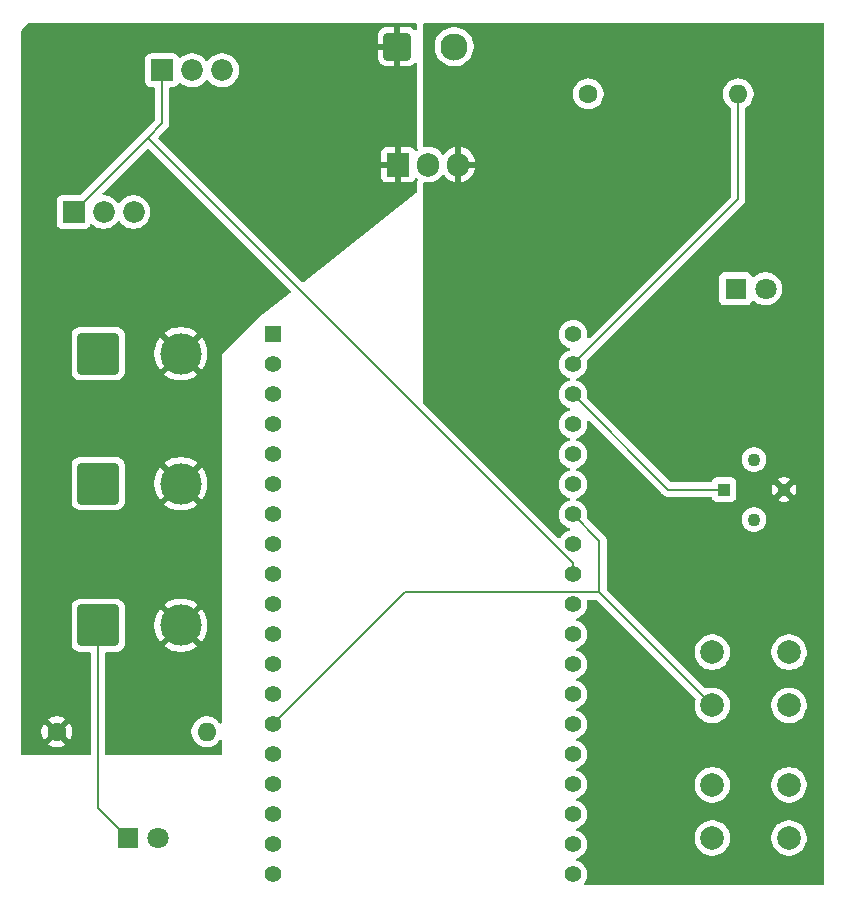
<source format=gbr>
%TF.GenerationSoftware,KiCad,Pcbnew,9.0.0*%
%TF.CreationDate,2025-03-04T06:42:26+08:00*%
%TF.ProjectId,STEC_Design,53544543-5f44-4657-9369-676e2e6b6963,0*%
%TF.SameCoordinates,Original*%
%TF.FileFunction,Copper,L1,Top*%
%TF.FilePolarity,Positive*%
%FSLAX46Y46*%
G04 Gerber Fmt 4.6, Leading zero omitted, Abs format (unit mm)*
G04 Created by KiCad (PCBNEW 9.0.0) date 2025-03-04 06:42:26*
%MOMM*%
%LPD*%
G01*
G04 APERTURE LIST*
G04 Aperture macros list*
%AMRoundRect*
0 Rectangle with rounded corners*
0 $1 Rounding radius*
0 $2 $3 $4 $5 $6 $7 $8 $9 X,Y pos of 4 corners*
0 Add a 4 corners polygon primitive as box body*
4,1,4,$2,$3,$4,$5,$6,$7,$8,$9,$2,$3,0*
0 Add four circle primitives for the rounded corners*
1,1,$1+$1,$2,$3*
1,1,$1+$1,$4,$5*
1,1,$1+$1,$6,$7*
1,1,$1+$1,$8,$9*
0 Add four rect primitives between the rounded corners*
20,1,$1+$1,$2,$3,$4,$5,0*
20,1,$1+$1,$4,$5,$6,$7,0*
20,1,$1+$1,$6,$7,$8,$9,0*
20,1,$1+$1,$8,$9,$2,$3,0*%
G04 Aperture macros list end*
%TA.AperFunction,ComponentPad*%
%ADD10R,1.800000X1.800000*%
%TD*%
%TA.AperFunction,ComponentPad*%
%ADD11C,1.800000*%
%TD*%
%TA.AperFunction,ComponentPad*%
%ADD12R,1.090000X1.090000*%
%TD*%
%TA.AperFunction,ComponentPad*%
%ADD13C,1.090000*%
%TD*%
%TA.AperFunction,ComponentPad*%
%ADD14R,1.905000X2.000000*%
%TD*%
%TA.AperFunction,ComponentPad*%
%ADD15O,1.905000X2.000000*%
%TD*%
%TA.AperFunction,ComponentPad*%
%ADD16C,1.600000*%
%TD*%
%TA.AperFunction,ComponentPad*%
%ADD17O,1.600000X1.600000*%
%TD*%
%TA.AperFunction,ComponentPad*%
%ADD18RoundRect,0.250001X-0.899999X-0.899999X0.899999X-0.899999X0.899999X0.899999X-0.899999X0.899999X0*%
%TD*%
%TA.AperFunction,ComponentPad*%
%ADD19C,2.300000*%
%TD*%
%TA.AperFunction,ComponentPad*%
%ADD20R,1.845000X1.845000*%
%TD*%
%TA.AperFunction,ComponentPad*%
%ADD21C,1.845000*%
%TD*%
%TA.AperFunction,ComponentPad*%
%ADD22RoundRect,0.250002X-1.499998X-1.499998X1.499998X-1.499998X1.499998X1.499998X-1.499998X1.499998X0*%
%TD*%
%TA.AperFunction,ComponentPad*%
%ADD23C,3.500000*%
%TD*%
%TA.AperFunction,ComponentPad*%
%ADD24C,2.000000*%
%TD*%
%TA.AperFunction,ComponentPad*%
%ADD25R,1.408000X1.408000*%
%TD*%
%TA.AperFunction,ComponentPad*%
%ADD26C,1.408000*%
%TD*%
%TA.AperFunction,Conductor*%
%ADD27C,0.200000*%
%TD*%
G04 APERTURE END LIST*
D10*
%TO.P,D2,1,K*%
%TO.N,GND*%
X172475000Y-83500000D03*
D11*
%TO.P,D2,2,A*%
%TO.N,Net-(D2-A)*%
X175015000Y-83500000D03*
%TD*%
D12*
%TO.P,U2,1,SCL/VZ*%
%TO.N,Net-(U2-SCL{slash}VZ)*%
X171488100Y-100500000D03*
D13*
%TO.P,U2,2,SDA/PWM*%
%TO.N,Net-(U2-SDA{slash}PWM)*%
X174028100Y-103040000D03*
%TO.P,U2,3,VDD*%
%TO.N,+5V*%
X176568100Y-100500000D03*
%TO.P,U2,4,VSS*%
%TO.N,GND*%
X174028100Y-97960000D03*
%TD*%
D14*
%TO.P,U1,1,IN*%
%TO.N,+12V*%
X143920000Y-73000000D03*
D15*
%TO.P,U1,2,GND*%
%TO.N,GND*%
X146460000Y-73000000D03*
%TO.P,U1,3,OUT*%
%TO.N,+5V*%
X149000000Y-73000000D03*
%TD*%
D10*
%TO.P,D1,1,K*%
%TO.N,Net-(D1-K)*%
X121000000Y-130000000D03*
D11*
%TO.P,D1,2,A*%
%TO.N,Net-(D1-A)*%
X123540000Y-130000000D03*
%TD*%
D16*
%TO.P,R1,1*%
%TO.N,+12V*%
X115000000Y-121000000D03*
D17*
%TO.P,R1,2*%
%TO.N,Net-(D1-A)*%
X127700000Y-121000000D03*
%TD*%
D18*
%TO.P,BT1,1,+*%
%TO.N,+12V*%
X143835642Y-63000000D03*
D19*
%TO.P,BT1,2,-*%
%TO.N,GND*%
X148635642Y-63000000D03*
%TD*%
D20*
%TO.P,Q1,1,G*%
%TO.N,Net-(Q1-G)*%
X123920000Y-65000000D03*
D21*
%TO.P,Q1,2,D*%
%TO.N,Net-(D1-K)*%
X126460000Y-65000000D03*
%TO.P,Q1,3,S*%
%TO.N,GND*%
X129000000Y-65000000D03*
%TD*%
D22*
%TO.P,PE1,1*%
%TO.N,Net-(D1-K)*%
X118500000Y-89000000D03*
D23*
%TO.P,PE1,2*%
%TO.N,+12V*%
X125500000Y-89000000D03*
%TD*%
D22*
%TO.P,PE2,1*%
%TO.N,Net-(D1-K)*%
X118500000Y-100000000D03*
D23*
%TO.P,PE2,2*%
%TO.N,+12V*%
X125500000Y-100000000D03*
%TD*%
D24*
%TO.P,SW2,1,1*%
%TO.N,Net-(U4-IO5)*%
X170500000Y-114265000D03*
X177000000Y-114265000D03*
%TO.P,SW2,2,2*%
%TO.N,GND*%
X170500000Y-118765000D03*
X177000000Y-118765000D03*
%TD*%
%TO.P,SW1,1,1*%
%TO.N,Net-(U4-IO4)*%
X170500000Y-125500000D03*
X177000000Y-125500000D03*
%TO.P,SW1,2,2*%
%TO.N,GND*%
X170500000Y-130000000D03*
X177000000Y-130000000D03*
%TD*%
D20*
%TO.P,Q2,1,G*%
%TO.N,Net-(Q1-G)*%
X116420000Y-77000000D03*
D21*
%TO.P,Q2,2,D*%
%TO.N,Net-(D1-K)*%
X118960000Y-77000000D03*
%TO.P,Q2,3,S*%
%TO.N,GND*%
X121500000Y-77000000D03*
%TD*%
D22*
%TO.P,PE3,1*%
%TO.N,Net-(D1-K)*%
X118500000Y-112000000D03*
D23*
%TO.P,PE3,2*%
%TO.N,+12V*%
X125500000Y-112000000D03*
%TD*%
D25*
%TO.P,U4,J2_1,3V3*%
%TO.N,unconnected-(U4-3V3-PadJ2_1)*%
X133308142Y-87360000D03*
D26*
%TO.P,U4,J2_2,EN*%
%TO.N,unconnected-(U4-EN-PadJ2_2)*%
X133308142Y-89900000D03*
%TO.P,U4,J2_3,SENSOR_VP*%
%TO.N,unconnected-(U4-SENSOR_VP-PadJ2_3)*%
X133308142Y-92440000D03*
%TO.P,U4,J2_4,SENSOR_VN*%
%TO.N,unconnected-(U4-SENSOR_VN-PadJ2_4)*%
X133308142Y-94980000D03*
%TO.P,U4,J2_5,IO34*%
%TO.N,unconnected-(U4-IO34-PadJ2_5)*%
X133308142Y-97520000D03*
%TO.P,U4,J2_6,IO35*%
%TO.N,unconnected-(U4-IO35-PadJ2_6)*%
X133308142Y-100060000D03*
%TO.P,U4,J2_7,IO32*%
%TO.N,unconnected-(U4-IO32-PadJ2_7)*%
X133308142Y-102600000D03*
%TO.P,U4,J2_8,IO33*%
%TO.N,unconnected-(U4-IO33-PadJ2_8)*%
X133308142Y-105140000D03*
%TO.P,U4,J2_9,IO25*%
%TO.N,unconnected-(U4-IO25-PadJ2_9)*%
X133308142Y-107680000D03*
%TO.P,U4,J2_10,IO26*%
%TO.N,unconnected-(U4-IO26-PadJ2_10)*%
X133308142Y-110220000D03*
%TO.P,U4,J2_11,IO27*%
%TO.N,unconnected-(U4-IO27-PadJ2_11)*%
X133308142Y-112760000D03*
%TO.P,U4,J2_12,IO14*%
%TO.N,unconnected-(U4-IO14-PadJ2_12)*%
X133308142Y-115300000D03*
%TO.P,U4,J2_13,IO12*%
%TO.N,unconnected-(U4-IO12-PadJ2_13)*%
X133308142Y-117840000D03*
%TO.P,U4,J2_14,GND_J2_14*%
%TO.N,GND*%
X133308142Y-120380000D03*
%TO.P,U4,J2_15,IO13*%
%TO.N,unconnected-(U4-IO13-PadJ2_15)*%
X133308142Y-122920000D03*
%TO.P,U4,J2_16,SD2*%
%TO.N,unconnected-(U4-SD2-PadJ2_16)*%
X133308142Y-125460000D03*
%TO.P,U4,J2_17,SD3*%
%TO.N,unconnected-(U4-SD3-PadJ2_17)*%
X133308142Y-128000000D03*
%TO.P,U4,J2_18,CMD*%
%TO.N,unconnected-(U4-CMD-PadJ2_18)*%
X133308142Y-130540000D03*
%TO.P,U4,J2_19,EXT_5V*%
%TO.N,+5V*%
X133308142Y-133080000D03*
%TO.P,U4,J3_1,GND_J3_1*%
%TO.N,GND*%
X158708142Y-87360000D03*
%TO.P,U4,J3_2,IO23*%
%TO.N,Net-(U4-IO23)*%
X158708142Y-89900000D03*
%TO.P,U4,J3_3,IO22*%
%TO.N,Net-(U2-SCL{slash}VZ)*%
X158708142Y-92440000D03*
%TO.P,U4,J3_4,TXD0*%
%TO.N,unconnected-(U4-TXD0-PadJ3_4)*%
X158708142Y-94980000D03*
%TO.P,U4,J3_5,RXD0*%
%TO.N,unconnected-(U4-RXD0-PadJ3_5)*%
X158708142Y-97520000D03*
%TO.P,U4,J3_6,IO21*%
%TO.N,Net-(U2-SDA{slash}PWM)*%
X158708142Y-100060000D03*
%TO.P,U4,J3_7,GND_J3_7*%
%TO.N,GND*%
X158708142Y-102600000D03*
%TO.P,U4,J3_8,IO19*%
%TO.N,unconnected-(U4-IO19-PadJ3_8)*%
X158708142Y-105140000D03*
%TO.P,U4,J3_9,IO18*%
%TO.N,Net-(Q1-G)*%
X158708142Y-107680000D03*
%TO.P,U4,J3_10,IO5*%
%TO.N,Net-(U4-IO5)*%
X158708142Y-110220000D03*
%TO.P,U4,J3_11,IO17*%
%TO.N,unconnected-(U4-IO17-PadJ3_11)*%
X158708142Y-112760000D03*
%TO.P,U4,J3_12,IO16*%
%TO.N,unconnected-(U4-IO16-PadJ3_12)*%
X158708142Y-115300000D03*
%TO.P,U4,J3_13,IO4*%
%TO.N,Net-(U4-IO4)*%
X158708142Y-117840000D03*
%TO.P,U4,J3_14,IO0*%
%TO.N,unconnected-(U4-IO0-PadJ3_14)*%
X158708142Y-120380000D03*
%TO.P,U4,J3_15,IO2*%
%TO.N,unconnected-(U4-IO2-PadJ3_15)*%
X158708142Y-122920000D03*
%TO.P,U4,J3_16,IO15*%
%TO.N,unconnected-(U4-IO15-PadJ3_16)*%
X158708142Y-125460000D03*
%TO.P,U4,J3_17,SD1*%
%TO.N,unconnected-(U4-SD1-PadJ3_17)*%
X158708142Y-128000000D03*
%TO.P,U4,J3_18,SD0*%
%TO.N,unconnected-(U4-SD0-PadJ3_18)*%
X158708142Y-130540000D03*
%TO.P,U4,J3_19,CLK*%
%TO.N,unconnected-(U4-CLK-PadJ3_19)*%
X158708142Y-133080000D03*
%TD*%
D16*
%TO.P,R2,1*%
%TO.N,Net-(D2-A)*%
X160000000Y-67000000D03*
D17*
%TO.P,R2,2*%
%TO.N,Net-(U4-IO23)*%
X172700000Y-67000000D03*
%TD*%
D27*
%TO.N,+12V*%
X143835642Y-63000000D02*
X143835642Y-72915642D01*
X143835642Y-72915642D02*
X143920000Y-73000000D01*
%TO.N,GND*%
X144473142Y-109215000D02*
X133308142Y-120380000D01*
X158708142Y-102600000D02*
X160950000Y-104841858D01*
X160950000Y-104841858D02*
X160950000Y-109215000D01*
X160950000Y-109215000D02*
X170500000Y-118765000D01*
X160950000Y-109215000D02*
X144473142Y-109215000D01*
%TO.N,Net-(D1-K)*%
X118500000Y-112000000D02*
X118500000Y-127500000D01*
X118500000Y-127500000D02*
X121000000Y-130000000D01*
%TO.N,Net-(Q1-G)*%
X123920000Y-69500000D02*
X122710000Y-70710000D01*
X122710000Y-70710000D02*
X116420000Y-77000000D01*
X158708142Y-107680000D02*
X158708142Y-106708142D01*
X123920000Y-65000000D02*
X123920000Y-69500000D01*
X158708142Y-106708142D02*
X122710000Y-70710000D01*
%TO.N,Net-(U4-IO23)*%
X172700000Y-75908142D02*
X158708142Y-89900000D01*
X172700000Y-67000000D02*
X172700000Y-75908142D01*
%TO.N,Net-(U2-SCL{slash}VZ)*%
X158708142Y-92291858D02*
X159000000Y-92000000D01*
X166768142Y-100500000D02*
X158708142Y-92440000D01*
X171488100Y-100500000D02*
X166768142Y-100500000D01*
X158708142Y-92440000D02*
X158708142Y-92291858D01*
%TD*%
%TA.AperFunction,Conductor*%
%TO.N,+12V*%
G36*
X145437539Y-61019685D02*
G01*
X145483294Y-61072489D01*
X145494500Y-61124000D01*
X145494500Y-61498836D01*
X145474815Y-61565875D01*
X145422011Y-61611630D01*
X145352853Y-61621574D01*
X145289297Y-61592549D01*
X145282819Y-61586517D01*
X145203986Y-61507684D01*
X145054765Y-61415643D01*
X145054760Y-61415641D01*
X144888338Y-61360494D01*
X144888331Y-61360493D01*
X144785627Y-61350000D01*
X144085642Y-61350000D01*
X144085642Y-62509252D01*
X144047934Y-62487482D01*
X143908051Y-62450000D01*
X143763233Y-62450000D01*
X143623350Y-62487482D01*
X143585642Y-62509252D01*
X143585642Y-61350000D01*
X142885656Y-61350000D01*
X142782952Y-61360493D01*
X142782945Y-61360494D01*
X142616523Y-61415641D01*
X142616518Y-61415643D01*
X142467297Y-61507684D01*
X142343326Y-61631655D01*
X142251285Y-61780876D01*
X142251283Y-61780881D01*
X142196136Y-61947303D01*
X142196135Y-61947310D01*
X142185642Y-62050014D01*
X142185642Y-62750000D01*
X143344894Y-62750000D01*
X143323124Y-62787708D01*
X143285642Y-62927591D01*
X143285642Y-63072409D01*
X143323124Y-63212292D01*
X143344894Y-63250000D01*
X142185642Y-63250000D01*
X142185642Y-63949985D01*
X142196135Y-64052689D01*
X142196136Y-64052696D01*
X142251283Y-64219118D01*
X142251285Y-64219123D01*
X142343326Y-64368344D01*
X142467297Y-64492315D01*
X142616518Y-64584356D01*
X142616523Y-64584358D01*
X142782945Y-64639505D01*
X142782952Y-64639506D01*
X142885656Y-64649999D01*
X142885669Y-64650000D01*
X143585642Y-64650000D01*
X143585642Y-63490747D01*
X143623350Y-63512518D01*
X143763233Y-63550000D01*
X143908051Y-63550000D01*
X144047934Y-63512518D01*
X144085642Y-63490747D01*
X144085642Y-64650000D01*
X144785615Y-64650000D01*
X144785627Y-64649999D01*
X144888331Y-64639506D01*
X144888338Y-64639505D01*
X145054760Y-64584358D01*
X145054765Y-64584356D01*
X145203986Y-64492315D01*
X145282819Y-64413483D01*
X145344142Y-64379998D01*
X145413834Y-64384982D01*
X145469767Y-64426854D01*
X145494184Y-64492318D01*
X145494500Y-64501164D01*
X145494500Y-66937432D01*
X145494500Y-71409060D01*
X145494514Y-71412771D01*
X145494527Y-71414542D01*
X145494528Y-71414669D01*
X145494563Y-71418040D01*
X145494564Y-71418045D01*
X145516925Y-71559235D01*
X145517072Y-71560159D01*
X145517072Y-71560162D01*
X145537700Y-71626875D01*
X145537712Y-71626912D01*
X145537713Y-71626914D01*
X145564045Y-71682459D01*
X145569111Y-71714444D01*
X145575543Y-71746189D01*
X145574544Y-71748752D01*
X145574975Y-71751469D01*
X145561944Y-71781116D01*
X145550193Y-71811298D01*
X145547549Y-71813867D01*
X145546861Y-71815433D01*
X145524883Y-71835896D01*
X145515339Y-71842830D01*
X145449532Y-71866309D01*
X145381478Y-71850483D01*
X145332784Y-71800377D01*
X145326272Y-71785845D01*
X145315853Y-71757911D01*
X145315850Y-71757906D01*
X145229690Y-71642812D01*
X145229687Y-71642809D01*
X145114593Y-71556649D01*
X145114586Y-71556645D01*
X144979879Y-71506403D01*
X144979872Y-71506401D01*
X144920344Y-71500000D01*
X144170000Y-71500000D01*
X144170000Y-72509252D01*
X144132292Y-72487482D01*
X143992409Y-72450000D01*
X143847591Y-72450000D01*
X143707708Y-72487482D01*
X143670000Y-72509252D01*
X143670000Y-71500000D01*
X142919655Y-71500000D01*
X142860127Y-71506401D01*
X142860120Y-71506403D01*
X142725413Y-71556645D01*
X142725406Y-71556649D01*
X142610312Y-71642809D01*
X142610309Y-71642812D01*
X142524149Y-71757906D01*
X142524145Y-71757913D01*
X142473903Y-71892620D01*
X142473901Y-71892627D01*
X142467500Y-71952155D01*
X142467500Y-72750000D01*
X143429252Y-72750000D01*
X143407482Y-72787708D01*
X143370000Y-72927591D01*
X143370000Y-73072409D01*
X143407482Y-73212292D01*
X143429252Y-73250000D01*
X142467500Y-73250000D01*
X142467500Y-74047844D01*
X142473901Y-74107372D01*
X142473903Y-74107379D01*
X142524145Y-74242086D01*
X142524149Y-74242093D01*
X142610309Y-74357187D01*
X142610312Y-74357190D01*
X142725406Y-74443350D01*
X142725413Y-74443354D01*
X142860120Y-74493596D01*
X142860127Y-74493598D01*
X142919655Y-74499999D01*
X142919672Y-74500000D01*
X143670000Y-74500000D01*
X143670000Y-73490747D01*
X143707708Y-73512518D01*
X143847591Y-73550000D01*
X143992409Y-73550000D01*
X144132292Y-73512518D01*
X144170000Y-73490747D01*
X144170000Y-74500000D01*
X144920328Y-74500000D01*
X144920344Y-74499999D01*
X144979872Y-74493598D01*
X144979879Y-74493596D01*
X145114586Y-74443354D01*
X145114593Y-74443350D01*
X145229687Y-74357190D01*
X145229690Y-74357187D01*
X145315850Y-74242093D01*
X145315854Y-74242086D01*
X145326272Y-74214155D01*
X145341596Y-74193683D01*
X145353532Y-74171065D01*
X145362186Y-74166177D01*
X145368143Y-74158221D01*
X145392105Y-74149283D01*
X145414372Y-74136710D01*
X145424294Y-74137277D01*
X145433607Y-74133804D01*
X145458595Y-74139239D01*
X145484127Y-74140700D01*
X145497323Y-74147663D01*
X145501880Y-74148655D01*
X145515339Y-74157170D01*
X145522307Y-74162232D01*
X145524738Y-74163999D01*
X145567402Y-74219330D01*
X145573380Y-74288944D01*
X145564645Y-74315826D01*
X145534663Y-74381476D01*
X145514976Y-74448521D01*
X145494500Y-74590940D01*
X145494500Y-75336910D01*
X145474815Y-75403949D01*
X145447110Y-75434413D01*
X135922074Y-82918369D01*
X135857198Y-82944310D01*
X135788597Y-82931057D01*
X135757783Y-82908547D01*
X123646916Y-70797680D01*
X123613431Y-70736357D01*
X123618415Y-70666665D01*
X123646916Y-70622318D01*
X124278506Y-69990728D01*
X124278511Y-69990724D01*
X124288714Y-69980520D01*
X124288716Y-69980520D01*
X124400520Y-69868716D01*
X124479577Y-69731784D01*
X124520500Y-69579057D01*
X124520500Y-66546999D01*
X124540185Y-66479960D01*
X124592989Y-66434205D01*
X124644500Y-66422999D01*
X124890371Y-66422999D01*
X124890372Y-66422999D01*
X124949983Y-66416591D01*
X125084831Y-66366296D01*
X125200046Y-66280046D01*
X125286296Y-66164831D01*
X125307458Y-66108091D01*
X125349326Y-66052161D01*
X125414790Y-66027742D01*
X125483063Y-66042592D01*
X125511320Y-66063745D01*
X125532978Y-66085403D01*
X125714186Y-66217059D01*
X125804831Y-66263245D01*
X125913753Y-66318744D01*
X125913755Y-66318744D01*
X125913758Y-66318746D01*
X126126780Y-66387961D01*
X126348007Y-66423000D01*
X126348008Y-66423000D01*
X126571992Y-66423000D01*
X126571993Y-66423000D01*
X126793220Y-66387961D01*
X127006242Y-66318746D01*
X127205814Y-66217059D01*
X127387022Y-66085403D01*
X127545403Y-65927022D01*
X127629682Y-65811021D01*
X127685012Y-65768357D01*
X127754626Y-65762378D01*
X127816421Y-65794984D01*
X127830315Y-65811019D01*
X127914597Y-65927022D01*
X128072978Y-66085403D01*
X128254186Y-66217059D01*
X128344831Y-66263245D01*
X128453753Y-66318744D01*
X128453755Y-66318744D01*
X128453758Y-66318746D01*
X128666780Y-66387961D01*
X128888007Y-66423000D01*
X128888008Y-66423000D01*
X129111992Y-66423000D01*
X129111993Y-66423000D01*
X129333220Y-66387961D01*
X129546242Y-66318746D01*
X129745814Y-66217059D01*
X129927022Y-66085403D01*
X130085403Y-65927022D01*
X130217059Y-65745814D01*
X130318746Y-65546242D01*
X130387961Y-65333220D01*
X130423000Y-65111993D01*
X130423000Y-64888007D01*
X130387961Y-64666780D01*
X130318746Y-64453758D01*
X130318744Y-64453755D01*
X130318744Y-64453753D01*
X130217058Y-64254185D01*
X130085403Y-64072978D01*
X129927022Y-63914597D01*
X129745814Y-63782941D01*
X129546246Y-63681255D01*
X129333220Y-63612039D01*
X129257935Y-63600115D01*
X129111993Y-63577000D01*
X128888007Y-63577000D01*
X128777393Y-63594519D01*
X128666779Y-63612039D01*
X128453753Y-63681255D01*
X128254185Y-63782941D01*
X128182298Y-63835171D01*
X128072978Y-63914597D01*
X128072976Y-63914599D01*
X128072975Y-63914599D01*
X127914598Y-64072976D01*
X127830318Y-64188977D01*
X127774987Y-64231643D01*
X127705374Y-64237621D01*
X127643579Y-64205015D01*
X127629682Y-64188977D01*
X127577000Y-64116468D01*
X127545403Y-64072978D01*
X127387022Y-63914597D01*
X127205814Y-63782941D01*
X127006246Y-63681255D01*
X126793220Y-63612039D01*
X126717935Y-63600115D01*
X126571993Y-63577000D01*
X126348007Y-63577000D01*
X126237393Y-63594519D01*
X126126779Y-63612039D01*
X125913753Y-63681255D01*
X125714185Y-63782941D01*
X125642298Y-63835171D01*
X125532978Y-63914597D01*
X125532976Y-63914599D01*
X125532974Y-63914600D01*
X125511318Y-63936256D01*
X125449995Y-63969740D01*
X125380303Y-63964754D01*
X125324370Y-63922881D01*
X125307459Y-63891911D01*
X125286296Y-63835169D01*
X125286295Y-63835167D01*
X125286293Y-63835164D01*
X125200047Y-63719955D01*
X125200044Y-63719952D01*
X125084835Y-63633706D01*
X125084828Y-63633702D01*
X124949982Y-63583408D01*
X124949983Y-63583408D01*
X124890383Y-63577001D01*
X124890381Y-63577000D01*
X124890373Y-63577000D01*
X124890364Y-63577000D01*
X122949629Y-63577000D01*
X122949623Y-63577001D01*
X122890016Y-63583408D01*
X122755171Y-63633702D01*
X122755164Y-63633706D01*
X122639955Y-63719952D01*
X122639952Y-63719955D01*
X122553706Y-63835164D01*
X122553702Y-63835171D01*
X122503408Y-63970017D01*
X122497001Y-64029616D01*
X122497000Y-64029635D01*
X122497000Y-65970370D01*
X122497001Y-65970376D01*
X122503408Y-66029983D01*
X122553702Y-66164828D01*
X122553706Y-66164835D01*
X122639952Y-66280044D01*
X122639955Y-66280047D01*
X122755164Y-66366293D01*
X122755171Y-66366297D01*
X122800118Y-66383061D01*
X122890017Y-66416591D01*
X122949627Y-66423000D01*
X123195501Y-66422999D01*
X123262539Y-66442683D01*
X123308294Y-66495487D01*
X123319500Y-66546999D01*
X123319500Y-69199903D01*
X123299815Y-69266942D01*
X123283181Y-69287584D01*
X122341284Y-70229481D01*
X117030082Y-75540681D01*
X116968759Y-75574166D01*
X116942401Y-75577000D01*
X115449629Y-75577000D01*
X115449623Y-75577001D01*
X115390016Y-75583408D01*
X115255171Y-75633702D01*
X115255164Y-75633706D01*
X115139955Y-75719952D01*
X115139952Y-75719955D01*
X115053706Y-75835164D01*
X115053702Y-75835171D01*
X115003408Y-75970017D01*
X114997001Y-76029616D01*
X114997000Y-76029635D01*
X114997000Y-77970370D01*
X114997001Y-77970376D01*
X115003408Y-78029983D01*
X115053702Y-78164828D01*
X115053706Y-78164835D01*
X115139952Y-78280044D01*
X115139955Y-78280047D01*
X115255164Y-78366293D01*
X115255171Y-78366297D01*
X115390017Y-78416591D01*
X115390016Y-78416591D01*
X115396944Y-78417335D01*
X115449627Y-78423000D01*
X117390372Y-78422999D01*
X117449983Y-78416591D01*
X117584831Y-78366296D01*
X117700046Y-78280046D01*
X117786296Y-78164831D01*
X117807458Y-78108091D01*
X117849326Y-78052161D01*
X117914790Y-78027742D01*
X117983063Y-78042592D01*
X118011320Y-78063745D01*
X118032978Y-78085403D01*
X118214186Y-78217059D01*
X118308475Y-78265101D01*
X118413753Y-78318744D01*
X118413755Y-78318744D01*
X118413758Y-78318746D01*
X118626780Y-78387961D01*
X118848007Y-78423000D01*
X118848008Y-78423000D01*
X119071992Y-78423000D01*
X119071993Y-78423000D01*
X119293220Y-78387961D01*
X119506242Y-78318746D01*
X119705814Y-78217059D01*
X119887022Y-78085403D01*
X120045403Y-77927022D01*
X120129682Y-77811021D01*
X120185012Y-77768357D01*
X120254626Y-77762378D01*
X120316421Y-77794984D01*
X120330315Y-77811019D01*
X120414597Y-77927022D01*
X120572978Y-78085403D01*
X120754186Y-78217059D01*
X120848475Y-78265101D01*
X120953753Y-78318744D01*
X120953755Y-78318744D01*
X120953758Y-78318746D01*
X121166780Y-78387961D01*
X121388007Y-78423000D01*
X121388008Y-78423000D01*
X121611992Y-78423000D01*
X121611993Y-78423000D01*
X121833220Y-78387961D01*
X122046242Y-78318746D01*
X122245814Y-78217059D01*
X122427022Y-78085403D01*
X122585403Y-77927022D01*
X122717059Y-77745814D01*
X122818746Y-77546242D01*
X122887961Y-77333220D01*
X122923000Y-77111993D01*
X122923000Y-76888007D01*
X122887961Y-76666780D01*
X122818746Y-76453758D01*
X122818744Y-76453755D01*
X122818744Y-76453753D01*
X122717058Y-76254185D01*
X122585403Y-76072978D01*
X122427022Y-75914597D01*
X122245814Y-75782941D01*
X122046246Y-75681255D01*
X121833220Y-75612039D01*
X121797074Y-75606314D01*
X121611993Y-75577000D01*
X121388007Y-75577000D01*
X121277393Y-75594519D01*
X121166779Y-75612039D01*
X120953753Y-75681255D01*
X120754185Y-75782941D01*
X120682298Y-75835171D01*
X120572978Y-75914597D01*
X120572976Y-75914599D01*
X120572975Y-75914599D01*
X120414598Y-76072976D01*
X120330318Y-76188977D01*
X120274987Y-76231643D01*
X120205374Y-76237621D01*
X120143579Y-76205015D01*
X120129682Y-76188977D01*
X120096396Y-76143163D01*
X120045403Y-76072978D01*
X119887022Y-75914597D01*
X119705814Y-75782941D01*
X119506246Y-75681255D01*
X119293220Y-75612039D01*
X119257074Y-75606314D01*
X119071993Y-75577000D01*
X118991596Y-75577000D01*
X118924557Y-75557315D01*
X118878802Y-75504511D01*
X118868858Y-75435353D01*
X118897883Y-75371797D01*
X118903915Y-75365319D01*
X122622318Y-71646916D01*
X122683641Y-71613431D01*
X122753333Y-71618415D01*
X122797680Y-71646916D01*
X134785595Y-83634831D01*
X134819080Y-83696154D01*
X134814096Y-83765846D01*
X134774524Y-83820015D01*
X131999999Y-86000000D01*
X131999991Y-86000007D01*
X129000000Y-88999999D01*
X129000000Y-120195121D01*
X128980315Y-120262160D01*
X128927511Y-120307915D01*
X128858353Y-120317859D01*
X128794797Y-120288834D01*
X128775682Y-120268006D01*
X128691971Y-120152786D01*
X128547213Y-120008028D01*
X128381613Y-119887715D01*
X128381612Y-119887714D01*
X128381610Y-119887713D01*
X128301381Y-119846834D01*
X128199223Y-119794781D01*
X128004534Y-119731522D01*
X127829995Y-119703878D01*
X127802352Y-119699500D01*
X127597648Y-119699500D01*
X127573329Y-119703351D01*
X127395465Y-119731522D01*
X127200776Y-119794781D01*
X127018386Y-119887715D01*
X126852786Y-120008028D01*
X126708028Y-120152786D01*
X126587715Y-120318386D01*
X126494781Y-120500776D01*
X126431522Y-120695465D01*
X126399500Y-120897648D01*
X126399500Y-121102351D01*
X126431522Y-121304534D01*
X126494781Y-121499223D01*
X126523121Y-121554842D01*
X126587585Y-121681359D01*
X126587715Y-121681613D01*
X126708028Y-121847213D01*
X126852786Y-121991971D01*
X126973226Y-122079474D01*
X127018390Y-122112287D01*
X127134607Y-122171503D01*
X127200776Y-122205218D01*
X127200778Y-122205218D01*
X127200781Y-122205220D01*
X127234008Y-122216016D01*
X127395465Y-122268477D01*
X127419047Y-122272212D01*
X127597648Y-122300500D01*
X127597649Y-122300500D01*
X127802351Y-122300500D01*
X127802352Y-122300500D01*
X128004534Y-122268477D01*
X128199219Y-122205220D01*
X128381610Y-122112287D01*
X128474590Y-122044732D01*
X128547213Y-121991971D01*
X128547215Y-121991968D01*
X128547219Y-121991966D01*
X128691966Y-121847219D01*
X128775681Y-121731993D01*
X128831011Y-121689327D01*
X128900624Y-121683348D01*
X128962419Y-121715953D01*
X128996777Y-121776791D01*
X129000000Y-121804878D01*
X129000000Y-122876000D01*
X128980315Y-122943039D01*
X128927511Y-122988794D01*
X128876000Y-123000000D01*
X119224500Y-123000000D01*
X119157461Y-122980315D01*
X119111706Y-122927511D01*
X119100500Y-122876000D01*
X119100500Y-114374499D01*
X119120185Y-114307460D01*
X119172989Y-114261705D01*
X119224500Y-114250499D01*
X120050000Y-114250499D01*
X120050006Y-114250499D01*
X120152796Y-114239999D01*
X120319333Y-114184814D01*
X120468655Y-114092711D01*
X120592711Y-113968655D01*
X120684814Y-113819333D01*
X120739999Y-113652796D01*
X120750500Y-113550007D01*
X120750499Y-111852533D01*
X123250000Y-111852533D01*
X123250000Y-112147466D01*
X123250001Y-112147483D01*
X123288496Y-112439884D01*
X123288499Y-112439897D01*
X123364835Y-112724790D01*
X123364838Y-112724800D01*
X123477704Y-112997281D01*
X123477709Y-112997292D01*
X123625174Y-113252707D01*
X123625180Y-113252715D01*
X123741777Y-113404667D01*
X124803287Y-112343158D01*
X124813204Y-112367100D01*
X124898018Y-112494034D01*
X125005966Y-112601982D01*
X125132900Y-112686796D01*
X125156840Y-112696712D01*
X124095331Y-113758221D01*
X124247284Y-113874819D01*
X124247292Y-113874825D01*
X124502707Y-114022290D01*
X124502718Y-114022295D01*
X124775199Y-114135161D01*
X124775209Y-114135164D01*
X125060102Y-114211500D01*
X125060115Y-114211503D01*
X125352516Y-114249998D01*
X125352534Y-114250000D01*
X125647466Y-114250000D01*
X125647483Y-114249998D01*
X125939884Y-114211503D01*
X125939897Y-114211500D01*
X126224790Y-114135164D01*
X126224800Y-114135161D01*
X126497281Y-114022295D01*
X126497292Y-114022290D01*
X126752707Y-113874825D01*
X126752725Y-113874813D01*
X126904667Y-113758222D01*
X126904667Y-113758220D01*
X125843158Y-112696712D01*
X125867100Y-112686796D01*
X125994034Y-112601982D01*
X126101982Y-112494034D01*
X126186796Y-112367100D01*
X126196712Y-112343159D01*
X127258220Y-113404667D01*
X127258222Y-113404667D01*
X127374813Y-113252725D01*
X127374825Y-113252707D01*
X127522290Y-112997292D01*
X127522295Y-112997281D01*
X127635161Y-112724800D01*
X127635164Y-112724790D01*
X127711500Y-112439897D01*
X127711503Y-112439884D01*
X127749998Y-112147483D01*
X127750000Y-112147466D01*
X127750000Y-111852533D01*
X127749998Y-111852516D01*
X127711503Y-111560115D01*
X127711500Y-111560102D01*
X127635164Y-111275209D01*
X127635161Y-111275199D01*
X127522295Y-111002718D01*
X127522290Y-111002707D01*
X127374825Y-110747292D01*
X127374819Y-110747284D01*
X127258221Y-110595331D01*
X126196712Y-111656840D01*
X126186796Y-111632900D01*
X126101982Y-111505966D01*
X125994034Y-111398018D01*
X125867100Y-111313204D01*
X125843158Y-111303287D01*
X126904667Y-110241777D01*
X126752715Y-110125180D01*
X126752707Y-110125174D01*
X126497292Y-109977709D01*
X126497281Y-109977704D01*
X126224800Y-109864838D01*
X126224790Y-109864835D01*
X125939897Y-109788499D01*
X125939884Y-109788496D01*
X125647483Y-109750001D01*
X125647466Y-109750000D01*
X125352534Y-109750000D01*
X125352516Y-109750001D01*
X125060115Y-109788496D01*
X125060102Y-109788499D01*
X124775209Y-109864835D01*
X124775199Y-109864838D01*
X124502718Y-109977704D01*
X124502707Y-109977709D01*
X124247292Y-110125174D01*
X124247276Y-110125185D01*
X124095331Y-110241775D01*
X124095331Y-110241777D01*
X125156841Y-111303287D01*
X125132900Y-111313204D01*
X125005966Y-111398018D01*
X124898018Y-111505966D01*
X124813204Y-111632900D01*
X124803287Y-111656841D01*
X123741777Y-110595331D01*
X123741775Y-110595331D01*
X123625185Y-110747276D01*
X123625174Y-110747292D01*
X123477709Y-111002707D01*
X123477704Y-111002718D01*
X123364838Y-111275199D01*
X123364835Y-111275209D01*
X123288499Y-111560102D01*
X123288496Y-111560115D01*
X123250001Y-111852516D01*
X123250000Y-111852533D01*
X120750499Y-111852533D01*
X120750499Y-110449994D01*
X120739999Y-110347204D01*
X120684814Y-110180667D01*
X120592711Y-110031345D01*
X120468655Y-109907289D01*
X120319333Y-109815186D01*
X120152796Y-109760001D01*
X120152794Y-109760000D01*
X120050008Y-109749500D01*
X116950000Y-109749500D01*
X116949983Y-109749501D01*
X116847204Y-109760000D01*
X116847201Y-109760001D01*
X116680669Y-109815185D01*
X116680664Y-109815187D01*
X116531343Y-109907290D01*
X116407290Y-110031343D01*
X116315187Y-110180664D01*
X116315186Y-110180667D01*
X116260001Y-110347204D01*
X116260001Y-110347205D01*
X116260000Y-110347205D01*
X116249500Y-110449985D01*
X116249500Y-113549999D01*
X116249501Y-113550016D01*
X116260000Y-113652795D01*
X116260001Y-113652798D01*
X116294935Y-113758220D01*
X116315186Y-113819333D01*
X116407289Y-113968655D01*
X116531345Y-114092711D01*
X116680667Y-114184814D01*
X116847204Y-114239999D01*
X116949993Y-114250500D01*
X117775500Y-114250499D01*
X117842539Y-114270183D01*
X117888294Y-114322987D01*
X117899500Y-114374499D01*
X117899500Y-122876000D01*
X117879815Y-122943039D01*
X117827011Y-122988794D01*
X117775500Y-123000000D01*
X112124000Y-123000000D01*
X112056961Y-122980315D01*
X112011206Y-122927511D01*
X112000000Y-122876000D01*
X112000000Y-120897682D01*
X113700000Y-120897682D01*
X113700000Y-121102317D01*
X113732009Y-121304417D01*
X113795244Y-121499031D01*
X113888141Y-121681350D01*
X113888147Y-121681359D01*
X113920523Y-121725921D01*
X113920524Y-121725922D01*
X114600000Y-121046446D01*
X114600000Y-121052661D01*
X114627259Y-121154394D01*
X114679920Y-121245606D01*
X114754394Y-121320080D01*
X114845606Y-121372741D01*
X114947339Y-121400000D01*
X114953553Y-121400000D01*
X114274076Y-122079474D01*
X114318650Y-122111859D01*
X114500968Y-122204755D01*
X114695582Y-122267990D01*
X114897683Y-122300000D01*
X115102317Y-122300000D01*
X115304417Y-122267990D01*
X115499031Y-122204755D01*
X115681349Y-122111859D01*
X115725921Y-122079474D01*
X115046447Y-121400000D01*
X115052661Y-121400000D01*
X115154394Y-121372741D01*
X115245606Y-121320080D01*
X115320080Y-121245606D01*
X115372741Y-121154394D01*
X115400000Y-121052661D01*
X115400000Y-121046448D01*
X116079474Y-121725922D01*
X116079474Y-121725921D01*
X116111859Y-121681349D01*
X116204755Y-121499031D01*
X116267990Y-121304417D01*
X116300000Y-121102317D01*
X116300000Y-120897682D01*
X116267990Y-120695582D01*
X116204755Y-120500968D01*
X116111859Y-120318650D01*
X116079474Y-120274077D01*
X116079474Y-120274076D01*
X115400000Y-120953551D01*
X115400000Y-120947339D01*
X115372741Y-120845606D01*
X115320080Y-120754394D01*
X115245606Y-120679920D01*
X115154394Y-120627259D01*
X115052661Y-120600000D01*
X115046446Y-120600000D01*
X115725922Y-119920524D01*
X115725921Y-119920523D01*
X115681359Y-119888147D01*
X115681350Y-119888141D01*
X115499031Y-119795244D01*
X115304417Y-119732009D01*
X115102317Y-119700000D01*
X114897683Y-119700000D01*
X114695582Y-119732009D01*
X114500968Y-119795244D01*
X114318644Y-119888143D01*
X114274077Y-119920523D01*
X114274077Y-119920524D01*
X114953554Y-120600000D01*
X114947339Y-120600000D01*
X114845606Y-120627259D01*
X114754394Y-120679920D01*
X114679920Y-120754394D01*
X114627259Y-120845606D01*
X114600000Y-120947339D01*
X114600000Y-120953553D01*
X113920524Y-120274077D01*
X113920523Y-120274077D01*
X113888143Y-120318644D01*
X113795244Y-120500968D01*
X113732009Y-120695582D01*
X113700000Y-120897682D01*
X112000000Y-120897682D01*
X112000000Y-98449985D01*
X116249500Y-98449985D01*
X116249500Y-101549999D01*
X116249501Y-101550016D01*
X116260000Y-101652795D01*
X116260001Y-101652798D01*
X116315185Y-101819330D01*
X116315187Y-101819335D01*
X116343480Y-101865204D01*
X116407289Y-101968655D01*
X116531345Y-102092711D01*
X116680667Y-102184814D01*
X116847204Y-102239999D01*
X116949993Y-102250500D01*
X120050006Y-102250499D01*
X120152796Y-102239999D01*
X120319333Y-102184814D01*
X120468655Y-102092711D01*
X120592711Y-101968655D01*
X120684814Y-101819333D01*
X120739999Y-101652796D01*
X120750500Y-101550007D01*
X120750499Y-99852533D01*
X123250000Y-99852533D01*
X123250000Y-100147466D01*
X123250001Y-100147483D01*
X123288496Y-100439884D01*
X123288499Y-100439897D01*
X123364835Y-100724790D01*
X123364838Y-100724800D01*
X123477704Y-100997281D01*
X123477709Y-100997292D01*
X123625174Y-101252707D01*
X123625180Y-101252715D01*
X123741777Y-101404667D01*
X124803287Y-100343158D01*
X124813204Y-100367100D01*
X124898018Y-100494034D01*
X125005966Y-100601982D01*
X125132900Y-100686796D01*
X125156840Y-100696712D01*
X124095331Y-101758221D01*
X124247284Y-101874819D01*
X124247292Y-101874825D01*
X124502707Y-102022290D01*
X124502718Y-102022295D01*
X124775199Y-102135161D01*
X124775209Y-102135164D01*
X125060102Y-102211500D01*
X125060115Y-102211503D01*
X125352516Y-102249998D01*
X125352534Y-102250000D01*
X125647466Y-102250000D01*
X125647483Y-102249998D01*
X125939884Y-102211503D01*
X125939897Y-102211500D01*
X126224790Y-102135164D01*
X126224800Y-102135161D01*
X126497281Y-102022295D01*
X126497292Y-102022290D01*
X126752707Y-101874825D01*
X126752725Y-101874813D01*
X126904667Y-101758222D01*
X126904667Y-101758220D01*
X125843158Y-100696712D01*
X125867100Y-100686796D01*
X125994034Y-100601982D01*
X126101982Y-100494034D01*
X126186796Y-100367100D01*
X126196712Y-100343159D01*
X127258220Y-101404667D01*
X127258222Y-101404667D01*
X127374813Y-101252725D01*
X127374825Y-101252707D01*
X127522290Y-100997292D01*
X127522295Y-100997281D01*
X127635161Y-100724800D01*
X127635164Y-100724790D01*
X127711500Y-100439897D01*
X127711503Y-100439884D01*
X127749998Y-100147483D01*
X127750000Y-100147466D01*
X127750000Y-99852533D01*
X127749998Y-99852516D01*
X127711503Y-99560115D01*
X127711500Y-99560102D01*
X127635164Y-99275209D01*
X127635161Y-99275199D01*
X127522295Y-99002718D01*
X127522290Y-99002707D01*
X127374825Y-98747292D01*
X127374819Y-98747284D01*
X127258221Y-98595331D01*
X126196712Y-99656840D01*
X126186796Y-99632900D01*
X126101982Y-99505966D01*
X125994034Y-99398018D01*
X125867100Y-99313204D01*
X125843158Y-99303287D01*
X126904667Y-98241777D01*
X126752715Y-98125180D01*
X126752707Y-98125174D01*
X126497292Y-97977709D01*
X126497281Y-97977704D01*
X126224800Y-97864838D01*
X126224790Y-97864835D01*
X125939897Y-97788499D01*
X125939884Y-97788496D01*
X125647483Y-97750001D01*
X125647466Y-97750000D01*
X125352534Y-97750000D01*
X125352516Y-97750001D01*
X125060115Y-97788496D01*
X125060102Y-97788499D01*
X124775209Y-97864835D01*
X124775199Y-97864838D01*
X124502718Y-97977704D01*
X124502707Y-97977709D01*
X124247292Y-98125174D01*
X124247276Y-98125185D01*
X124095331Y-98241775D01*
X124095331Y-98241777D01*
X125156841Y-99303287D01*
X125132900Y-99313204D01*
X125005966Y-99398018D01*
X124898018Y-99505966D01*
X124813204Y-99632900D01*
X124803287Y-99656841D01*
X123741777Y-98595331D01*
X123741775Y-98595331D01*
X123625185Y-98747276D01*
X123625174Y-98747292D01*
X123477709Y-99002707D01*
X123477704Y-99002718D01*
X123364838Y-99275199D01*
X123364835Y-99275209D01*
X123288499Y-99560102D01*
X123288496Y-99560115D01*
X123250001Y-99852516D01*
X123250000Y-99852533D01*
X120750499Y-99852533D01*
X120750499Y-98449994D01*
X120739999Y-98347204D01*
X120725760Y-98304235D01*
X120720802Y-98289272D01*
X120684814Y-98180667D01*
X120592711Y-98031345D01*
X120468655Y-97907289D01*
X120319333Y-97815186D01*
X120152796Y-97760001D01*
X120152794Y-97760000D01*
X120050008Y-97749500D01*
X116950000Y-97749500D01*
X116949983Y-97749501D01*
X116847204Y-97760000D01*
X116847201Y-97760001D01*
X116680669Y-97815185D01*
X116680664Y-97815187D01*
X116531343Y-97907290D01*
X116407290Y-98031343D01*
X116315187Y-98180664D01*
X116315186Y-98180667D01*
X116260001Y-98347204D01*
X116260001Y-98347205D01*
X116260000Y-98347205D01*
X116249500Y-98449985D01*
X112000000Y-98449985D01*
X112000000Y-87449985D01*
X116249500Y-87449985D01*
X116249500Y-90549999D01*
X116249501Y-90550016D01*
X116260000Y-90652795D01*
X116260001Y-90652798D01*
X116294935Y-90758220D01*
X116315186Y-90819333D01*
X116407289Y-90968655D01*
X116531345Y-91092711D01*
X116680667Y-91184814D01*
X116847204Y-91239999D01*
X116949993Y-91250500D01*
X120050006Y-91250499D01*
X120152796Y-91239999D01*
X120319333Y-91184814D01*
X120468655Y-91092711D01*
X120592711Y-90968655D01*
X120684814Y-90819333D01*
X120739999Y-90652796D01*
X120750500Y-90550007D01*
X120750499Y-88852533D01*
X123250000Y-88852533D01*
X123250000Y-89147466D01*
X123250001Y-89147483D01*
X123288496Y-89439884D01*
X123288499Y-89439897D01*
X123364835Y-89724790D01*
X123364838Y-89724800D01*
X123477704Y-89997281D01*
X123477709Y-89997292D01*
X123625174Y-90252707D01*
X123625180Y-90252715D01*
X123741777Y-90404667D01*
X124803287Y-89343158D01*
X124813204Y-89367100D01*
X124898018Y-89494034D01*
X125005966Y-89601982D01*
X125132900Y-89686796D01*
X125156840Y-89696712D01*
X124095331Y-90758221D01*
X124247284Y-90874819D01*
X124247292Y-90874825D01*
X124502707Y-91022290D01*
X124502718Y-91022295D01*
X124775199Y-91135161D01*
X124775209Y-91135164D01*
X125060102Y-91211500D01*
X125060115Y-91211503D01*
X125352516Y-91249998D01*
X125352534Y-91250000D01*
X125647466Y-91250000D01*
X125647483Y-91249998D01*
X125939884Y-91211503D01*
X125939897Y-91211500D01*
X126224790Y-91135164D01*
X126224800Y-91135161D01*
X126497281Y-91022295D01*
X126497292Y-91022290D01*
X126752707Y-90874825D01*
X126752725Y-90874813D01*
X126904667Y-90758222D01*
X126904667Y-90758220D01*
X125843158Y-89696712D01*
X125867100Y-89686796D01*
X125994034Y-89601982D01*
X126101982Y-89494034D01*
X126186796Y-89367100D01*
X126196712Y-89343159D01*
X127258220Y-90404667D01*
X127258222Y-90404667D01*
X127374813Y-90252725D01*
X127374825Y-90252707D01*
X127522290Y-89997292D01*
X127522295Y-89997281D01*
X127635161Y-89724800D01*
X127635164Y-89724790D01*
X127711500Y-89439897D01*
X127711503Y-89439884D01*
X127749998Y-89147483D01*
X127750000Y-89147466D01*
X127750000Y-88852533D01*
X127749998Y-88852516D01*
X127711503Y-88560115D01*
X127711500Y-88560102D01*
X127635164Y-88275209D01*
X127635161Y-88275199D01*
X127522295Y-88002718D01*
X127522290Y-88002707D01*
X127374825Y-87747292D01*
X127374819Y-87747284D01*
X127258221Y-87595331D01*
X126196712Y-88656840D01*
X126186796Y-88632900D01*
X126101982Y-88505966D01*
X125994034Y-88398018D01*
X125867100Y-88313204D01*
X125843158Y-88303287D01*
X126904667Y-87241777D01*
X126752715Y-87125180D01*
X126752707Y-87125174D01*
X126497292Y-86977709D01*
X126497281Y-86977704D01*
X126224800Y-86864838D01*
X126224790Y-86864835D01*
X125939897Y-86788499D01*
X125939884Y-86788496D01*
X125647483Y-86750001D01*
X125647466Y-86750000D01*
X125352534Y-86750000D01*
X125352516Y-86750001D01*
X125060115Y-86788496D01*
X125060102Y-86788499D01*
X124775209Y-86864835D01*
X124775199Y-86864838D01*
X124502718Y-86977704D01*
X124502707Y-86977709D01*
X124247292Y-87125174D01*
X124247276Y-87125185D01*
X124095331Y-87241775D01*
X124095331Y-87241777D01*
X125156841Y-88303287D01*
X125132900Y-88313204D01*
X125005966Y-88398018D01*
X124898018Y-88505966D01*
X124813204Y-88632900D01*
X124803287Y-88656841D01*
X123741777Y-87595331D01*
X123741775Y-87595331D01*
X123625185Y-87747276D01*
X123625174Y-87747292D01*
X123477709Y-88002707D01*
X123477704Y-88002718D01*
X123364838Y-88275199D01*
X123364835Y-88275209D01*
X123288499Y-88560102D01*
X123288496Y-88560115D01*
X123250001Y-88852516D01*
X123250000Y-88852533D01*
X120750499Y-88852533D01*
X120750499Y-87449994D01*
X120739999Y-87347204D01*
X120684814Y-87180667D01*
X120592711Y-87031345D01*
X120468655Y-86907289D01*
X120338219Y-86826835D01*
X120319335Y-86815187D01*
X120319330Y-86815185D01*
X120317861Y-86814698D01*
X120152796Y-86760001D01*
X120152794Y-86760000D01*
X120050008Y-86749500D01*
X116950000Y-86749500D01*
X116949983Y-86749501D01*
X116847204Y-86760000D01*
X116847201Y-86760001D01*
X116680669Y-86815185D01*
X116680664Y-86815187D01*
X116531343Y-86907290D01*
X116407290Y-87031343D01*
X116315187Y-87180664D01*
X116315186Y-87180667D01*
X116260001Y-87347204D01*
X116260001Y-87347205D01*
X116260000Y-87347205D01*
X116249500Y-87449985D01*
X112000000Y-87449985D01*
X112000000Y-61661540D01*
X112019685Y-61594501D01*
X112030986Y-61579537D01*
X112094333Y-61507684D01*
X112308250Y-61265042D01*
X112313552Y-61259397D01*
X112536631Y-61036319D01*
X112597954Y-61002834D01*
X112624312Y-61000000D01*
X145370500Y-61000000D01*
X145437539Y-61019685D01*
G37*
%TD.AperFunction*%
%TD*%
%TA.AperFunction,Conductor*%
%TO.N,+5V*%
G36*
X179913970Y-61019685D02*
G01*
X179934609Y-61036317D01*
X179963681Y-61065389D01*
X179997166Y-61126711D01*
X180000000Y-61153069D01*
X180000000Y-133876000D01*
X179980315Y-133943039D01*
X179927511Y-133988794D01*
X179876000Y-134000000D01*
X159771930Y-134000000D01*
X159704891Y-133980315D01*
X159659136Y-133927511D01*
X159649192Y-133858353D01*
X159671613Y-133803114D01*
X159738320Y-133711300D01*
X159738319Y-133711300D01*
X159738323Y-133711296D01*
X159824396Y-133542368D01*
X159882984Y-133362055D01*
X159899460Y-133258022D01*
X159912642Y-133174800D01*
X159912642Y-132985199D01*
X159892036Y-132855097D01*
X159882984Y-132797945D01*
X159824396Y-132617632D01*
X159824394Y-132617629D01*
X159824394Y-132617627D01*
X159738322Y-132448703D01*
X159676698Y-132363885D01*
X159626883Y-132295321D01*
X159492821Y-132161259D01*
X159339438Y-132049819D01*
X159170510Y-131963746D01*
X159060281Y-131927930D01*
X159002607Y-131888493D01*
X158975409Y-131824135D01*
X158987324Y-131755288D01*
X159034568Y-131703813D01*
X159060280Y-131692070D01*
X159170510Y-131656254D01*
X159339438Y-131570181D01*
X159492821Y-131458741D01*
X159626883Y-131324679D01*
X159738323Y-131171296D01*
X159824396Y-131002368D01*
X159882984Y-130822055D01*
X159902234Y-130700512D01*
X159912642Y-130634800D01*
X159912642Y-130445199D01*
X159896165Y-130341171D01*
X159882984Y-130257945D01*
X159824396Y-130077632D01*
X159824394Y-130077629D01*
X159824394Y-130077627D01*
X159750871Y-129933331D01*
X159738322Y-129908703D01*
X159718850Y-129881902D01*
X168999500Y-129881902D01*
X168999500Y-130118097D01*
X169036446Y-130351368D01*
X169109433Y-130575996D01*
X169172878Y-130700512D01*
X169216657Y-130786433D01*
X169355483Y-130977510D01*
X169522490Y-131144517D01*
X169713567Y-131283343D01*
X169812991Y-131334002D01*
X169924003Y-131390566D01*
X169924005Y-131390566D01*
X169924008Y-131390568D01*
X170044412Y-131429689D01*
X170148631Y-131463553D01*
X170381903Y-131500500D01*
X170381908Y-131500500D01*
X170618097Y-131500500D01*
X170851368Y-131463553D01*
X170866184Y-131458739D01*
X171075992Y-131390568D01*
X171286433Y-131283343D01*
X171477510Y-131144517D01*
X171644517Y-130977510D01*
X171783343Y-130786433D01*
X171890568Y-130575992D01*
X171963553Y-130351368D01*
X171978350Y-130257945D01*
X172000500Y-130118097D01*
X172000500Y-129881902D01*
X175499500Y-129881902D01*
X175499500Y-130118097D01*
X175536446Y-130351368D01*
X175609433Y-130575996D01*
X175672878Y-130700512D01*
X175716657Y-130786433D01*
X175855483Y-130977510D01*
X176022490Y-131144517D01*
X176213567Y-131283343D01*
X176312991Y-131334002D01*
X176424003Y-131390566D01*
X176424005Y-131390566D01*
X176424008Y-131390568D01*
X176544412Y-131429689D01*
X176648631Y-131463553D01*
X176881903Y-131500500D01*
X176881908Y-131500500D01*
X177118097Y-131500500D01*
X177351368Y-131463553D01*
X177366184Y-131458739D01*
X177575992Y-131390568D01*
X177786433Y-131283343D01*
X177977510Y-131144517D01*
X178144517Y-130977510D01*
X178283343Y-130786433D01*
X178390568Y-130575992D01*
X178463553Y-130351368D01*
X178478350Y-130257945D01*
X178500500Y-130118097D01*
X178500500Y-129881902D01*
X178463553Y-129648631D01*
X178390566Y-129424003D01*
X178304895Y-129255866D01*
X178283343Y-129213567D01*
X178144517Y-129022490D01*
X177977510Y-128855483D01*
X177786433Y-128716657D01*
X177784590Y-128715718D01*
X177575996Y-128609433D01*
X177351368Y-128536446D01*
X177118097Y-128499500D01*
X177118092Y-128499500D01*
X176881908Y-128499500D01*
X176881903Y-128499500D01*
X176648631Y-128536446D01*
X176424003Y-128609433D01*
X176213566Y-128716657D01*
X176119943Y-128784679D01*
X176022490Y-128855483D01*
X176022488Y-128855485D01*
X176022487Y-128855485D01*
X175855485Y-129022487D01*
X175855485Y-129022488D01*
X175855483Y-129022490D01*
X175795862Y-129104550D01*
X175716657Y-129213566D01*
X175609433Y-129424003D01*
X175536446Y-129648631D01*
X175499500Y-129881902D01*
X172000500Y-129881902D01*
X171963553Y-129648631D01*
X171890566Y-129424003D01*
X171804895Y-129255866D01*
X171783343Y-129213567D01*
X171644517Y-129022490D01*
X171477510Y-128855483D01*
X171286433Y-128716657D01*
X171284590Y-128715718D01*
X171075996Y-128609433D01*
X170851368Y-128536446D01*
X170618097Y-128499500D01*
X170618092Y-128499500D01*
X170381908Y-128499500D01*
X170381903Y-128499500D01*
X170148631Y-128536446D01*
X169924003Y-128609433D01*
X169713566Y-128716657D01*
X169619943Y-128784679D01*
X169522490Y-128855483D01*
X169522488Y-128855485D01*
X169522487Y-128855485D01*
X169355485Y-129022487D01*
X169355485Y-129022488D01*
X169355483Y-129022490D01*
X169295862Y-129104550D01*
X169216657Y-129213566D01*
X169109433Y-129424003D01*
X169036446Y-129648631D01*
X168999500Y-129881902D01*
X159718850Y-129881902D01*
X159626883Y-129755321D01*
X159492821Y-129621259D01*
X159339438Y-129509819D01*
X159170510Y-129423746D01*
X159060281Y-129387930D01*
X159002607Y-129348493D01*
X158975409Y-129284135D01*
X158987324Y-129215288D01*
X159034568Y-129163813D01*
X159060280Y-129152070D01*
X159170510Y-129116254D01*
X159339438Y-129030181D01*
X159492821Y-128918741D01*
X159626883Y-128784679D01*
X159738323Y-128631296D01*
X159824396Y-128462368D01*
X159882984Y-128282055D01*
X159899460Y-128178022D01*
X159912642Y-128094800D01*
X159912642Y-127905199D01*
X159896165Y-127801171D01*
X159882984Y-127717945D01*
X159824396Y-127537632D01*
X159824394Y-127537629D01*
X159824394Y-127537627D01*
X159738322Y-127368703D01*
X159626883Y-127215321D01*
X159492821Y-127081259D01*
X159339438Y-126969819D01*
X159170510Y-126883746D01*
X159060281Y-126847930D01*
X159002607Y-126808493D01*
X158975409Y-126744135D01*
X158987324Y-126675288D01*
X159034568Y-126623813D01*
X159060280Y-126612070D01*
X159170510Y-126576254D01*
X159339438Y-126490181D01*
X159492821Y-126378741D01*
X159626883Y-126244679D01*
X159738323Y-126091296D01*
X159824396Y-125922368D01*
X159882984Y-125742055D01*
X159899460Y-125638022D01*
X159912642Y-125554800D01*
X159912642Y-125381902D01*
X168999500Y-125381902D01*
X168999500Y-125618097D01*
X169036446Y-125851368D01*
X169109433Y-126075996D01*
X169195382Y-126244679D01*
X169216657Y-126286433D01*
X169355483Y-126477510D01*
X169522490Y-126644517D01*
X169713567Y-126783343D01*
X169762927Y-126808493D01*
X169924003Y-126890566D01*
X169924005Y-126890566D01*
X169924008Y-126890568D01*
X170044412Y-126929689D01*
X170148631Y-126963553D01*
X170381903Y-127000500D01*
X170381908Y-127000500D01*
X170618097Y-127000500D01*
X170851368Y-126963553D01*
X171075992Y-126890568D01*
X171286433Y-126783343D01*
X171477510Y-126644517D01*
X171644517Y-126477510D01*
X171783343Y-126286433D01*
X171890568Y-126075992D01*
X171963553Y-125851368D01*
X172000500Y-125618097D01*
X172000500Y-125381902D01*
X175499500Y-125381902D01*
X175499500Y-125618097D01*
X175536446Y-125851368D01*
X175609433Y-126075996D01*
X175695382Y-126244679D01*
X175716657Y-126286433D01*
X175855483Y-126477510D01*
X176022490Y-126644517D01*
X176213567Y-126783343D01*
X176262927Y-126808493D01*
X176424003Y-126890566D01*
X176424005Y-126890566D01*
X176424008Y-126890568D01*
X176544412Y-126929689D01*
X176648631Y-126963553D01*
X176881903Y-127000500D01*
X176881908Y-127000500D01*
X177118097Y-127000500D01*
X177351368Y-126963553D01*
X177575992Y-126890568D01*
X177786433Y-126783343D01*
X177977510Y-126644517D01*
X178144517Y-126477510D01*
X178283343Y-126286433D01*
X178390568Y-126075992D01*
X178463553Y-125851368D01*
X178500500Y-125618097D01*
X178500500Y-125381902D01*
X178463553Y-125148631D01*
X178390566Y-124924003D01*
X178283342Y-124713566D01*
X178144517Y-124522490D01*
X177977510Y-124355483D01*
X177786433Y-124216657D01*
X177761857Y-124204135D01*
X177575996Y-124109433D01*
X177351368Y-124036446D01*
X177118097Y-123999500D01*
X177118092Y-123999500D01*
X176881908Y-123999500D01*
X176881903Y-123999500D01*
X176648631Y-124036446D01*
X176424003Y-124109433D01*
X176213566Y-124216657D01*
X176160104Y-124255500D01*
X176022490Y-124355483D01*
X176022488Y-124355485D01*
X176022487Y-124355485D01*
X175855485Y-124522487D01*
X175855485Y-124522488D01*
X175855483Y-124522490D01*
X175841846Y-124541260D01*
X175716657Y-124713566D01*
X175609433Y-124924003D01*
X175536446Y-125148631D01*
X175499500Y-125381902D01*
X172000500Y-125381902D01*
X171963553Y-125148631D01*
X171890566Y-124924003D01*
X171783342Y-124713566D01*
X171644517Y-124522490D01*
X171477510Y-124355483D01*
X171286433Y-124216657D01*
X171261857Y-124204135D01*
X171075996Y-124109433D01*
X170851368Y-124036446D01*
X170618097Y-123999500D01*
X170618092Y-123999500D01*
X170381908Y-123999500D01*
X170381903Y-123999500D01*
X170148631Y-124036446D01*
X169924003Y-124109433D01*
X169713566Y-124216657D01*
X169660104Y-124255500D01*
X169522490Y-124355483D01*
X169522488Y-124355485D01*
X169522487Y-124355485D01*
X169355485Y-124522487D01*
X169355485Y-124522488D01*
X169355483Y-124522490D01*
X169341846Y-124541260D01*
X169216657Y-124713566D01*
X169109433Y-124924003D01*
X169036446Y-125148631D01*
X168999500Y-125381902D01*
X159912642Y-125381902D01*
X159912642Y-125365199D01*
X159896165Y-125261171D01*
X159882984Y-125177945D01*
X159824396Y-124997632D01*
X159824394Y-124997629D01*
X159824394Y-124997627D01*
X159738322Y-124828703D01*
X159626883Y-124675321D01*
X159492821Y-124541259D01*
X159339438Y-124429819D01*
X159170510Y-124343746D01*
X159060281Y-124307930D01*
X159002607Y-124268493D01*
X158975409Y-124204135D01*
X158987324Y-124135288D01*
X159034568Y-124083813D01*
X159060280Y-124072070D01*
X159170510Y-124036254D01*
X159339438Y-123950181D01*
X159492821Y-123838741D01*
X159626883Y-123704679D01*
X159738323Y-123551296D01*
X159824396Y-123382368D01*
X159882984Y-123202055D01*
X159899460Y-123098022D01*
X159912642Y-123014800D01*
X159912642Y-122825199D01*
X159896165Y-122721171D01*
X159882984Y-122637945D01*
X159824396Y-122457632D01*
X159824394Y-122457629D01*
X159824394Y-122457627D01*
X159738322Y-122288703D01*
X159626883Y-122135321D01*
X159492821Y-122001259D01*
X159339438Y-121889819D01*
X159170510Y-121803746D01*
X159060281Y-121767930D01*
X159002607Y-121728493D01*
X158975409Y-121664135D01*
X158987324Y-121595288D01*
X159034568Y-121543813D01*
X159060280Y-121532070D01*
X159170510Y-121496254D01*
X159339438Y-121410181D01*
X159492821Y-121298741D01*
X159626883Y-121164679D01*
X159738323Y-121011296D01*
X159824396Y-120842368D01*
X159882984Y-120662055D01*
X159899460Y-120558022D01*
X159912642Y-120474800D01*
X159912642Y-120285199D01*
X159892110Y-120155566D01*
X159882984Y-120097945D01*
X159824396Y-119917632D01*
X159824394Y-119917629D01*
X159824394Y-119917627D01*
X159738322Y-119748703D01*
X159733823Y-119742511D01*
X159626883Y-119595321D01*
X159492821Y-119461259D01*
X159339438Y-119349819D01*
X159170510Y-119263746D01*
X159060281Y-119227930D01*
X159002607Y-119188493D01*
X158975409Y-119124135D01*
X158987324Y-119055288D01*
X159034568Y-119003813D01*
X159060280Y-118992070D01*
X159170510Y-118956254D01*
X159339438Y-118870181D01*
X159492821Y-118758741D01*
X159626883Y-118624679D01*
X159738323Y-118471296D01*
X159824396Y-118302368D01*
X159882984Y-118122055D01*
X159905710Y-117978566D01*
X159912642Y-117934800D01*
X159912642Y-117745199D01*
X159892889Y-117620483D01*
X159882984Y-117557945D01*
X159824396Y-117377632D01*
X159824394Y-117377629D01*
X159824394Y-117377627D01*
X159738322Y-117208703D01*
X159626883Y-117055321D01*
X159492821Y-116921259D01*
X159339438Y-116809819D01*
X159170510Y-116723746D01*
X159060281Y-116687930D01*
X159002607Y-116648493D01*
X158975409Y-116584135D01*
X158987324Y-116515288D01*
X159034568Y-116463813D01*
X159060280Y-116452070D01*
X159170510Y-116416254D01*
X159339438Y-116330181D01*
X159492821Y-116218741D01*
X159626883Y-116084679D01*
X159738323Y-115931296D01*
X159824396Y-115762368D01*
X159882984Y-115582055D01*
X159899460Y-115478022D01*
X159912642Y-115394800D01*
X159912642Y-115205199D01*
X159896165Y-115101171D01*
X159882984Y-115017945D01*
X159824396Y-114837632D01*
X159824394Y-114837629D01*
X159824394Y-114837627D01*
X159738322Y-114668703D01*
X159700298Y-114616368D01*
X159626883Y-114515321D01*
X159492821Y-114381259D01*
X159339438Y-114269819D01*
X159170510Y-114183746D01*
X159060281Y-114147930D01*
X159002607Y-114108493D01*
X158975409Y-114044135D01*
X158987324Y-113975288D01*
X159034568Y-113923813D01*
X159060280Y-113912070D01*
X159170510Y-113876254D01*
X159339438Y-113790181D01*
X159492821Y-113678741D01*
X159626883Y-113544679D01*
X159738323Y-113391296D01*
X159824396Y-113222368D01*
X159882984Y-113042055D01*
X159909532Y-112874433D01*
X159912642Y-112854800D01*
X159912642Y-112665199D01*
X159896165Y-112561171D01*
X159882984Y-112477945D01*
X159824396Y-112297632D01*
X159824394Y-112297629D01*
X159824394Y-112297627D01*
X159738322Y-112128703D01*
X159626883Y-111975321D01*
X159492821Y-111841259D01*
X159339438Y-111729819D01*
X159170510Y-111643746D01*
X159060281Y-111607930D01*
X159002607Y-111568493D01*
X158975409Y-111504135D01*
X158987324Y-111435288D01*
X159034568Y-111383813D01*
X159060280Y-111372070D01*
X159170510Y-111336254D01*
X159339438Y-111250181D01*
X159492821Y-111138741D01*
X159626883Y-111004679D01*
X159738323Y-110851296D01*
X159824396Y-110682368D01*
X159882984Y-110502055D01*
X159899460Y-110398022D01*
X159912642Y-110314800D01*
X159912642Y-110125198D01*
X159886303Y-109958897D01*
X159895258Y-109889604D01*
X159940254Y-109836152D01*
X160007006Y-109815513D01*
X160008776Y-109815500D01*
X160649903Y-109815500D01*
X160716942Y-109835185D01*
X160737584Y-109851819D01*
X169047200Y-118161435D01*
X169080685Y-118222758D01*
X169077450Y-118287433D01*
X169036447Y-118413628D01*
X168999500Y-118646902D01*
X168999500Y-118883097D01*
X169036446Y-119116368D01*
X169109433Y-119340996D01*
X169216657Y-119551433D01*
X169355483Y-119742510D01*
X169522490Y-119909517D01*
X169713567Y-120048343D01*
X169810916Y-120097945D01*
X169924003Y-120155566D01*
X169924005Y-120155566D01*
X169924008Y-120155568D01*
X170044412Y-120194689D01*
X170148631Y-120228553D01*
X170381903Y-120265500D01*
X170381908Y-120265500D01*
X170618097Y-120265500D01*
X170851368Y-120228553D01*
X171075992Y-120155568D01*
X171286433Y-120048343D01*
X171477510Y-119909517D01*
X171644517Y-119742510D01*
X171783343Y-119551433D01*
X171890568Y-119340992D01*
X171963553Y-119116368D01*
X171983240Y-118992069D01*
X172000500Y-118883097D01*
X172000500Y-118646902D01*
X175499500Y-118646902D01*
X175499500Y-118883097D01*
X175536446Y-119116368D01*
X175609433Y-119340996D01*
X175716657Y-119551433D01*
X175855483Y-119742510D01*
X176022490Y-119909517D01*
X176213567Y-120048343D01*
X176310916Y-120097945D01*
X176424003Y-120155566D01*
X176424005Y-120155566D01*
X176424008Y-120155568D01*
X176544412Y-120194689D01*
X176648631Y-120228553D01*
X176881903Y-120265500D01*
X176881908Y-120265500D01*
X177118097Y-120265500D01*
X177351368Y-120228553D01*
X177575992Y-120155568D01*
X177786433Y-120048343D01*
X177977510Y-119909517D01*
X178144517Y-119742510D01*
X178283343Y-119551433D01*
X178390568Y-119340992D01*
X178463553Y-119116368D01*
X178483240Y-118992069D01*
X178500500Y-118883097D01*
X178500500Y-118646902D01*
X178463553Y-118413631D01*
X178401534Y-118222758D01*
X178390568Y-118189008D01*
X178390566Y-118189005D01*
X178390566Y-118189003D01*
X178283342Y-117978566D01*
X178251541Y-117934796D01*
X178144517Y-117787490D01*
X177977510Y-117620483D01*
X177786433Y-117481657D01*
X177575996Y-117374433D01*
X177351368Y-117301446D01*
X177118097Y-117264500D01*
X177118092Y-117264500D01*
X176881908Y-117264500D01*
X176881903Y-117264500D01*
X176648631Y-117301446D01*
X176424003Y-117374433D01*
X176213566Y-117481657D01*
X176108566Y-117557945D01*
X176022490Y-117620483D01*
X176022488Y-117620485D01*
X176022487Y-117620485D01*
X175855485Y-117787487D01*
X175855485Y-117787488D01*
X175855483Y-117787490D01*
X175795862Y-117869550D01*
X175716657Y-117978566D01*
X175609433Y-118189003D01*
X175536446Y-118413631D01*
X175499500Y-118646902D01*
X172000500Y-118646902D01*
X171963553Y-118413631D01*
X171901534Y-118222758D01*
X171890568Y-118189008D01*
X171890566Y-118189005D01*
X171890566Y-118189003D01*
X171783342Y-117978566D01*
X171751541Y-117934796D01*
X171644517Y-117787490D01*
X171477510Y-117620483D01*
X171286433Y-117481657D01*
X171075996Y-117374433D01*
X170851368Y-117301446D01*
X170618097Y-117264500D01*
X170618092Y-117264500D01*
X170381908Y-117264500D01*
X170381903Y-117264500D01*
X170148628Y-117301447D01*
X170022433Y-117342450D01*
X169952592Y-117344445D01*
X169896435Y-117312200D01*
X166813952Y-114229717D01*
X166731137Y-114146902D01*
X168999500Y-114146902D01*
X168999500Y-114383097D01*
X169036446Y-114616368D01*
X169109433Y-114840996D01*
X169199594Y-115017945D01*
X169216657Y-115051433D01*
X169355483Y-115242510D01*
X169522490Y-115409517D01*
X169713567Y-115548343D01*
X169779721Y-115582050D01*
X169924003Y-115655566D01*
X169924005Y-115655566D01*
X169924008Y-115655568D01*
X170044412Y-115694689D01*
X170148631Y-115728553D01*
X170381903Y-115765500D01*
X170381908Y-115765500D01*
X170618097Y-115765500D01*
X170851368Y-115728553D01*
X171075992Y-115655568D01*
X171286433Y-115548343D01*
X171477510Y-115409517D01*
X171644517Y-115242510D01*
X171783343Y-115051433D01*
X171890568Y-114840992D01*
X171963553Y-114616368D01*
X171979557Y-114515321D01*
X172000500Y-114383097D01*
X172000500Y-114146902D01*
X175499500Y-114146902D01*
X175499500Y-114383097D01*
X175536446Y-114616368D01*
X175609433Y-114840996D01*
X175699594Y-115017945D01*
X175716657Y-115051433D01*
X175855483Y-115242510D01*
X176022490Y-115409517D01*
X176213567Y-115548343D01*
X176279721Y-115582050D01*
X176424003Y-115655566D01*
X176424005Y-115655566D01*
X176424008Y-115655568D01*
X176544412Y-115694689D01*
X176648631Y-115728553D01*
X176881903Y-115765500D01*
X176881908Y-115765500D01*
X177118097Y-115765500D01*
X177351368Y-115728553D01*
X177575992Y-115655568D01*
X177786433Y-115548343D01*
X177977510Y-115409517D01*
X178144517Y-115242510D01*
X178283343Y-115051433D01*
X178390568Y-114840992D01*
X178463553Y-114616368D01*
X178479557Y-114515321D01*
X178500500Y-114383097D01*
X178500500Y-114146902D01*
X178463553Y-113913631D01*
X178390566Y-113689003D01*
X178283342Y-113478566D01*
X178144517Y-113287490D01*
X177977510Y-113120483D01*
X177786433Y-112981657D01*
X177575996Y-112874433D01*
X177351368Y-112801446D01*
X177118097Y-112764500D01*
X177118092Y-112764500D01*
X176881908Y-112764500D01*
X176881903Y-112764500D01*
X176648631Y-112801446D01*
X176424003Y-112874433D01*
X176213566Y-112981657D01*
X176104550Y-113060862D01*
X176022490Y-113120483D01*
X176022488Y-113120485D01*
X176022487Y-113120485D01*
X175855485Y-113287487D01*
X175855485Y-113287488D01*
X175855483Y-113287490D01*
X175795862Y-113369550D01*
X175716657Y-113478566D01*
X175609433Y-113689003D01*
X175536446Y-113913631D01*
X175499500Y-114146902D01*
X172000500Y-114146902D01*
X171963553Y-113913631D01*
X171890566Y-113689003D01*
X171783342Y-113478566D01*
X171644517Y-113287490D01*
X171477510Y-113120483D01*
X171286433Y-112981657D01*
X171075996Y-112874433D01*
X170851368Y-112801446D01*
X170618097Y-112764500D01*
X170618092Y-112764500D01*
X170381908Y-112764500D01*
X170381903Y-112764500D01*
X170148631Y-112801446D01*
X169924003Y-112874433D01*
X169713566Y-112981657D01*
X169604550Y-113060862D01*
X169522490Y-113120483D01*
X169522488Y-113120485D01*
X169522487Y-113120485D01*
X169355485Y-113287487D01*
X169355485Y-113287488D01*
X169355483Y-113287490D01*
X169295862Y-113369550D01*
X169216657Y-113478566D01*
X169109433Y-113689003D01*
X169036446Y-113913631D01*
X168999500Y-114146902D01*
X166731137Y-114146902D01*
X165704720Y-113120485D01*
X161586819Y-109002583D01*
X161553334Y-108941260D01*
X161550500Y-108914902D01*
X161550500Y-104930917D01*
X161550501Y-104930904D01*
X161550501Y-104762803D01*
X161550501Y-104762801D01*
X161509577Y-104610073D01*
X161465709Y-104534092D01*
X161430520Y-104473142D01*
X161318716Y-104361338D01*
X161314385Y-104357007D01*
X161314374Y-104356997D01*
X159921704Y-102964327D01*
X159906794Y-102937022D01*
X172982600Y-102937022D01*
X172982600Y-103142977D01*
X173022776Y-103344953D01*
X173022778Y-103344961D01*
X173101590Y-103535232D01*
X173216003Y-103706463D01*
X173216009Y-103706471D01*
X173361628Y-103852090D01*
X173361636Y-103852096D01*
X173532867Y-103966509D01*
X173584585Y-103987931D01*
X173723139Y-104045322D01*
X173925122Y-104085499D01*
X173925125Y-104085500D01*
X173925127Y-104085500D01*
X174131075Y-104085500D01*
X174131076Y-104085499D01*
X174333061Y-104045322D01*
X174523330Y-103966510D01*
X174523330Y-103966509D01*
X174523332Y-103966509D01*
X174688921Y-103855866D01*
X174694568Y-103852093D01*
X174840193Y-103706468D01*
X174954610Y-103535230D01*
X175033422Y-103344961D01*
X175073600Y-103142973D01*
X175073600Y-102937027D01*
X175073600Y-102937024D01*
X175073599Y-102937022D01*
X175033423Y-102735046D01*
X175033422Y-102735039D01*
X174954610Y-102544770D01*
X174954609Y-102544767D01*
X174840196Y-102373536D01*
X174840190Y-102373528D01*
X174694571Y-102227909D01*
X174694563Y-102227903D01*
X174523332Y-102113490D01*
X174333061Y-102034678D01*
X174333053Y-102034676D01*
X174131076Y-101994500D01*
X174131073Y-101994500D01*
X173925127Y-101994500D01*
X173925124Y-101994500D01*
X173723146Y-102034676D01*
X173723138Y-102034678D01*
X173532867Y-102113490D01*
X173361636Y-102227903D01*
X173361628Y-102227909D01*
X173216009Y-102373528D01*
X173216003Y-102373536D01*
X173101590Y-102544767D01*
X173022778Y-102735038D01*
X173022776Y-102735046D01*
X172982600Y-102937022D01*
X159906794Y-102937022D01*
X159888219Y-102903004D01*
X159886912Y-102857252D01*
X159906267Y-102735046D01*
X159912642Y-102694800D01*
X159912642Y-102505199D01*
X159891787Y-102373528D01*
X159882984Y-102317945D01*
X159824396Y-102137632D01*
X159824394Y-102137629D01*
X159824394Y-102137627D01*
X159771937Y-102034676D01*
X159738323Y-101968704D01*
X159626883Y-101815321D01*
X159492821Y-101681259D01*
X159339438Y-101569819D01*
X159170510Y-101483746D01*
X159060281Y-101447930D01*
X159002607Y-101408493D01*
X158975409Y-101344135D01*
X158987324Y-101275288D01*
X159034568Y-101223813D01*
X159060280Y-101212070D01*
X159170510Y-101176254D01*
X159339438Y-101090181D01*
X159492821Y-100978741D01*
X159626883Y-100844679D01*
X159738323Y-100691296D01*
X159824396Y-100522368D01*
X159882984Y-100342055D01*
X159899460Y-100238022D01*
X159912642Y-100154800D01*
X159912642Y-99965199D01*
X159889460Y-99818833D01*
X159882984Y-99777945D01*
X159824396Y-99597632D01*
X159824394Y-99597629D01*
X159824394Y-99597627D01*
X159754732Y-99460909D01*
X159738323Y-99428704D01*
X159626883Y-99275321D01*
X159492821Y-99141259D01*
X159339438Y-99029819D01*
X159170510Y-98943746D01*
X159060281Y-98907930D01*
X159002607Y-98868493D01*
X158975409Y-98804135D01*
X158987324Y-98735288D01*
X159034568Y-98683813D01*
X159060280Y-98672070D01*
X159170510Y-98636254D01*
X159339438Y-98550181D01*
X159492821Y-98438741D01*
X159626883Y-98304679D01*
X159738323Y-98151296D01*
X159824396Y-97982368D01*
X159882984Y-97802055D01*
X159899460Y-97698022D01*
X159912642Y-97614800D01*
X159912642Y-97425199D01*
X159891787Y-97293528D01*
X159882984Y-97237945D01*
X159824396Y-97057632D01*
X159824394Y-97057629D01*
X159824394Y-97057627D01*
X159771937Y-96954676D01*
X159738323Y-96888704D01*
X159626883Y-96735321D01*
X159492821Y-96601259D01*
X159339438Y-96489819D01*
X159170510Y-96403746D01*
X159060281Y-96367930D01*
X159002607Y-96328493D01*
X158975409Y-96264135D01*
X158987324Y-96195288D01*
X159034568Y-96143813D01*
X159060280Y-96132070D01*
X159170510Y-96096254D01*
X159339438Y-96010181D01*
X159492821Y-95898741D01*
X159626883Y-95764679D01*
X159738323Y-95611296D01*
X159824396Y-95442368D01*
X159882984Y-95262055D01*
X159899460Y-95158022D01*
X159912642Y-95074800D01*
X159912642Y-94885199D01*
X159898672Y-94796998D01*
X159907626Y-94727705D01*
X159952623Y-94674253D01*
X160019374Y-94653613D01*
X160086688Y-94672338D01*
X160108826Y-94689919D01*
X166283281Y-100864374D01*
X166283291Y-100864385D01*
X166287621Y-100868715D01*
X166287622Y-100868716D01*
X166399426Y-100980520D01*
X166424483Y-100994986D01*
X166486237Y-101030639D01*
X166486239Y-101030641D01*
X166536355Y-101059576D01*
X166536357Y-101059577D01*
X166689084Y-101100500D01*
X166689085Y-101100500D01*
X170343525Y-101100500D01*
X170410564Y-101120185D01*
X170456319Y-101172989D01*
X170459707Y-101181167D01*
X170499302Y-101287328D01*
X170499306Y-101287335D01*
X170585552Y-101402544D01*
X170585555Y-101402547D01*
X170700764Y-101488793D01*
X170700771Y-101488797D01*
X170835617Y-101539091D01*
X170835616Y-101539091D01*
X170842544Y-101539835D01*
X170895227Y-101545500D01*
X172080972Y-101545499D01*
X172140583Y-101539091D01*
X172275431Y-101488796D01*
X172390646Y-101402546D01*
X172396283Y-101395016D01*
X176026635Y-101395016D01*
X176073100Y-101426063D01*
X176073113Y-101426070D01*
X176263280Y-101504839D01*
X176263292Y-101504842D01*
X176465172Y-101544999D01*
X176465175Y-101545000D01*
X176671025Y-101545000D01*
X176671027Y-101544999D01*
X176872907Y-101504842D01*
X176872919Y-101504839D01*
X177063086Y-101426070D01*
X177109562Y-101395015D01*
X176568101Y-100853553D01*
X176568100Y-100853553D01*
X176026635Y-101395016D01*
X172396283Y-101395016D01*
X172476896Y-101287331D01*
X172527191Y-101152483D01*
X172533600Y-101092873D01*
X172533599Y-100397072D01*
X175523100Y-100397072D01*
X175523100Y-100602927D01*
X175563257Y-100804807D01*
X175563260Y-100804819D01*
X175642030Y-100994989D01*
X175673083Y-101041462D01*
X176214546Y-100500000D01*
X176214546Y-100499999D01*
X176169127Y-100454580D01*
X176223100Y-100454580D01*
X176223100Y-100545420D01*
X176246611Y-100633165D01*
X176292031Y-100711835D01*
X176356265Y-100776069D01*
X176434935Y-100821489D01*
X176522680Y-100845000D01*
X176613520Y-100845000D01*
X176701265Y-100821489D01*
X176779935Y-100776069D01*
X176844169Y-100711835D01*
X176889589Y-100633165D01*
X176913100Y-100545420D01*
X176913100Y-100499999D01*
X176921653Y-100499999D01*
X176921653Y-100500000D01*
X177463115Y-101041462D01*
X177494170Y-100994986D01*
X177572939Y-100804819D01*
X177572942Y-100804807D01*
X177613099Y-100602927D01*
X177613100Y-100602925D01*
X177613100Y-100397074D01*
X177613099Y-100397072D01*
X177572942Y-100195192D01*
X177572939Y-100195180D01*
X177494170Y-100005013D01*
X177494163Y-100005000D01*
X177463116Y-99958535D01*
X176921653Y-100499999D01*
X176913100Y-100499999D01*
X176913100Y-100454580D01*
X176889589Y-100366835D01*
X176844169Y-100288165D01*
X176779935Y-100223931D01*
X176701265Y-100178511D01*
X176613520Y-100155000D01*
X176522680Y-100155000D01*
X176434935Y-100178511D01*
X176356265Y-100223931D01*
X176292031Y-100288165D01*
X176246611Y-100366835D01*
X176223100Y-100454580D01*
X176169127Y-100454580D01*
X175673083Y-99958535D01*
X175642031Y-100005010D01*
X175563259Y-100195184D01*
X175563257Y-100195192D01*
X175523100Y-100397072D01*
X172533599Y-100397072D01*
X172533599Y-99907128D01*
X172527191Y-99847517D01*
X172476896Y-99712669D01*
X172476892Y-99712664D01*
X172476892Y-99712663D01*
X172396282Y-99604983D01*
X176026635Y-99604983D01*
X176568100Y-100146446D01*
X176568101Y-100146446D01*
X177109562Y-99604983D01*
X177109562Y-99604982D01*
X177063089Y-99573930D01*
X176872919Y-99495160D01*
X176872907Y-99495157D01*
X176671026Y-99455000D01*
X176465174Y-99455000D01*
X176263292Y-99495157D01*
X176263284Y-99495159D01*
X176073110Y-99573931D01*
X176026635Y-99604983D01*
X172396282Y-99604983D01*
X172390647Y-99597455D01*
X172390644Y-99597452D01*
X172275435Y-99511206D01*
X172275428Y-99511202D01*
X172140582Y-99460908D01*
X172140583Y-99460908D01*
X172080983Y-99454501D01*
X172080981Y-99454500D01*
X172080973Y-99454500D01*
X172080964Y-99454500D01*
X170895229Y-99454500D01*
X170895223Y-99454501D01*
X170835616Y-99460908D01*
X170700771Y-99511202D01*
X170700764Y-99511206D01*
X170585555Y-99597452D01*
X170585552Y-99597455D01*
X170499306Y-99712664D01*
X170499302Y-99712671D01*
X170459707Y-99818833D01*
X170417836Y-99874767D01*
X170352372Y-99899184D01*
X170343525Y-99899500D01*
X167068239Y-99899500D01*
X167001200Y-99879815D01*
X166980558Y-99863181D01*
X164974399Y-97857022D01*
X172982600Y-97857022D01*
X172982600Y-98062977D01*
X173022776Y-98264953D01*
X173022778Y-98264961D01*
X173101590Y-98455232D01*
X173216003Y-98626463D01*
X173216009Y-98626471D01*
X173361628Y-98772090D01*
X173361636Y-98772096D01*
X173532867Y-98886509D01*
X173584585Y-98907931D01*
X173723139Y-98965322D01*
X173925122Y-99005499D01*
X173925125Y-99005500D01*
X173925127Y-99005500D01*
X174131075Y-99005500D01*
X174131076Y-99005499D01*
X174333061Y-98965322D01*
X174523330Y-98886510D01*
X174523330Y-98886509D01*
X174523332Y-98886509D01*
X174608375Y-98829684D01*
X174694568Y-98772093D01*
X174840193Y-98626468D01*
X174954610Y-98455230D01*
X175033422Y-98264961D01*
X175073600Y-98062973D01*
X175073600Y-97857027D01*
X175073600Y-97857024D01*
X175073599Y-97857022D01*
X175033423Y-97655046D01*
X175033422Y-97655039D01*
X174954610Y-97464770D01*
X174954609Y-97464767D01*
X174840196Y-97293536D01*
X174840190Y-97293528D01*
X174694571Y-97147909D01*
X174694563Y-97147903D01*
X174523332Y-97033490D01*
X174333061Y-96954678D01*
X174333053Y-96954676D01*
X174131076Y-96914500D01*
X174131073Y-96914500D01*
X173925127Y-96914500D01*
X173925124Y-96914500D01*
X173723146Y-96954676D01*
X173723138Y-96954678D01*
X173532867Y-97033490D01*
X173361636Y-97147903D01*
X173361628Y-97147909D01*
X173216009Y-97293528D01*
X173216003Y-97293536D01*
X173101590Y-97464767D01*
X173022778Y-97655038D01*
X173022776Y-97655046D01*
X172982600Y-97857022D01*
X164974399Y-97857022D01*
X159921704Y-92804327D01*
X159888219Y-92743004D01*
X159886912Y-92697252D01*
X159902162Y-92600960D01*
X159912642Y-92534800D01*
X159912642Y-92345199D01*
X159896165Y-92241171D01*
X159882984Y-92157945D01*
X159824396Y-91977632D01*
X159824394Y-91977629D01*
X159824394Y-91977627D01*
X159738322Y-91808703D01*
X159626883Y-91655321D01*
X159492821Y-91521259D01*
X159339438Y-91409819D01*
X159170510Y-91323746D01*
X159060281Y-91287930D01*
X159002607Y-91248493D01*
X158975409Y-91184135D01*
X158987324Y-91115288D01*
X159034568Y-91063813D01*
X159060280Y-91052070D01*
X159170510Y-91016254D01*
X159339438Y-90930181D01*
X159492821Y-90818741D01*
X159626883Y-90684679D01*
X159738323Y-90531296D01*
X159824396Y-90362368D01*
X159882984Y-90182055D01*
X159899460Y-90078022D01*
X159912642Y-89994800D01*
X159912642Y-89805199D01*
X159898058Y-89713123D01*
X159886912Y-89642747D01*
X159895866Y-89573457D01*
X159921701Y-89535674D01*
X166905241Y-82552135D01*
X171074500Y-82552135D01*
X171074500Y-84447870D01*
X171074501Y-84447876D01*
X171080908Y-84507483D01*
X171131202Y-84642328D01*
X171131206Y-84642335D01*
X171217452Y-84757544D01*
X171217455Y-84757547D01*
X171332664Y-84843793D01*
X171332671Y-84843797D01*
X171467517Y-84894091D01*
X171467516Y-84894091D01*
X171474444Y-84894835D01*
X171527127Y-84900500D01*
X173422872Y-84900499D01*
X173482483Y-84894091D01*
X173617331Y-84843796D01*
X173732546Y-84757546D01*
X173818796Y-84642331D01*
X173846429Y-84568243D01*
X173848601Y-84562420D01*
X173890471Y-84506486D01*
X173955936Y-84482068D01*
X174024209Y-84496919D01*
X174052464Y-84518071D01*
X174102636Y-84568243D01*
X174102641Y-84568247D01*
X174204603Y-84642326D01*
X174280978Y-84697815D01*
X174409375Y-84763237D01*
X174477393Y-84797895D01*
X174477396Y-84797896D01*
X174582221Y-84831955D01*
X174687049Y-84866015D01*
X174904778Y-84900500D01*
X174904779Y-84900500D01*
X175125221Y-84900500D01*
X175125222Y-84900500D01*
X175342951Y-84866015D01*
X175552606Y-84797895D01*
X175749022Y-84697815D01*
X175927365Y-84568242D01*
X176083242Y-84412365D01*
X176212815Y-84234022D01*
X176312895Y-84037606D01*
X176381015Y-83827951D01*
X176415500Y-83610222D01*
X176415500Y-83389778D01*
X176381015Y-83172049D01*
X176312895Y-82962394D01*
X176312895Y-82962393D01*
X176278237Y-82894375D01*
X176212815Y-82765978D01*
X176154501Y-82685715D01*
X176083247Y-82587641D01*
X176083243Y-82587636D01*
X175927363Y-82431756D01*
X175927358Y-82431752D01*
X175749025Y-82302187D01*
X175749024Y-82302186D01*
X175749022Y-82302185D01*
X175631791Y-82242452D01*
X175552606Y-82202104D01*
X175552603Y-82202103D01*
X175342952Y-82133985D01*
X175234086Y-82116742D01*
X175125222Y-82099500D01*
X174904778Y-82099500D01*
X174832201Y-82110995D01*
X174687047Y-82133985D01*
X174477396Y-82202103D01*
X174477393Y-82202104D01*
X174280974Y-82302187D01*
X174102641Y-82431752D01*
X174102636Y-82431756D01*
X174052463Y-82481929D01*
X173991140Y-82515413D01*
X173921448Y-82510428D01*
X173865515Y-82468557D01*
X173848601Y-82437580D01*
X173818797Y-82357671D01*
X173818793Y-82357664D01*
X173732547Y-82242455D01*
X173732544Y-82242452D01*
X173617335Y-82156206D01*
X173617328Y-82156202D01*
X173482482Y-82105908D01*
X173482483Y-82105908D01*
X173422883Y-82099501D01*
X173422881Y-82099500D01*
X173422873Y-82099500D01*
X173422864Y-82099500D01*
X171527129Y-82099500D01*
X171527123Y-82099501D01*
X171467516Y-82105908D01*
X171332671Y-82156202D01*
X171332664Y-82156206D01*
X171217455Y-82242452D01*
X171217452Y-82242455D01*
X171131206Y-82357664D01*
X171131202Y-82357671D01*
X171080908Y-82492517D01*
X171074501Y-82552116D01*
X171074500Y-82552135D01*
X166905241Y-82552135D01*
X173058506Y-76398870D01*
X173058511Y-76398866D01*
X173068714Y-76388662D01*
X173068716Y-76388662D01*
X173180520Y-76276858D01*
X173259577Y-76139926D01*
X173300500Y-75987199D01*
X173300500Y-68229601D01*
X173320185Y-68162562D01*
X173368206Y-68119116D01*
X173381610Y-68112287D01*
X173547219Y-67991966D01*
X173691966Y-67847219D01*
X173691968Y-67847215D01*
X173691971Y-67847213D01*
X173751701Y-67765000D01*
X173812287Y-67681610D01*
X173905220Y-67499219D01*
X173968477Y-67304534D01*
X174000500Y-67102352D01*
X174000500Y-66897648D01*
X173968477Y-66695466D01*
X173905220Y-66500781D01*
X173905218Y-66500778D01*
X173905218Y-66500776D01*
X173871503Y-66434607D01*
X173812287Y-66318390D01*
X173804556Y-66307749D01*
X173691971Y-66152786D01*
X173547213Y-66008028D01*
X173381613Y-65887715D01*
X173381612Y-65887714D01*
X173381610Y-65887713D01*
X173324653Y-65858691D01*
X173199223Y-65794781D01*
X173004534Y-65731522D01*
X172829995Y-65703878D01*
X172802352Y-65699500D01*
X172597648Y-65699500D01*
X172573329Y-65703351D01*
X172395465Y-65731522D01*
X172200776Y-65794781D01*
X172018386Y-65887715D01*
X171852786Y-66008028D01*
X171708028Y-66152786D01*
X171587715Y-66318386D01*
X171494781Y-66500776D01*
X171431522Y-66695465D01*
X171399500Y-66897648D01*
X171399500Y-67102351D01*
X171431522Y-67304534D01*
X171494781Y-67499223D01*
X171587715Y-67681613D01*
X171708028Y-67847213D01*
X171708034Y-67847219D01*
X171852781Y-67991966D01*
X172018390Y-68112287D01*
X172031793Y-68119116D01*
X172082589Y-68167088D01*
X172099500Y-68229601D01*
X172099500Y-75608044D01*
X172079815Y-75675083D01*
X172063181Y-75695725D01*
X160108826Y-87650079D01*
X160047503Y-87683564D01*
X159977811Y-87678580D01*
X159921878Y-87636708D01*
X159897461Y-87571244D01*
X159898672Y-87542999D01*
X159912642Y-87454799D01*
X159912642Y-87265199D01*
X159896165Y-87161171D01*
X159882984Y-87077945D01*
X159824396Y-86897632D01*
X159824394Y-86897629D01*
X159824394Y-86897627D01*
X159738322Y-86728703D01*
X159626883Y-86575321D01*
X159492821Y-86441259D01*
X159339438Y-86329819D01*
X159170514Y-86243747D01*
X159112047Y-86224750D01*
X158990197Y-86185158D01*
X158990193Y-86185157D01*
X158990192Y-86185157D01*
X158802942Y-86155500D01*
X158802938Y-86155500D01*
X158613346Y-86155500D01*
X158613342Y-86155500D01*
X158426091Y-86185157D01*
X158426088Y-86185157D01*
X158426087Y-86185158D01*
X158367624Y-86204153D01*
X158245769Y-86243747D01*
X158076845Y-86329819D01*
X157923461Y-86441260D01*
X157789402Y-86575319D01*
X157677961Y-86728703D01*
X157591889Y-86897627D01*
X157533299Y-87077949D01*
X157503642Y-87265199D01*
X157503642Y-87454800D01*
X157522085Y-87571244D01*
X157533300Y-87642055D01*
X157572892Y-87763905D01*
X157591889Y-87822372D01*
X157677961Y-87991296D01*
X157789401Y-88144679D01*
X157923463Y-88278741D01*
X158076846Y-88390181D01*
X158156657Y-88430846D01*
X158245769Y-88476252D01*
X158245771Y-88476252D01*
X158245774Y-88476254D01*
X158356002Y-88512069D01*
X158413676Y-88551507D01*
X158440874Y-88615866D01*
X158428959Y-88684712D01*
X158381715Y-88736188D01*
X158356003Y-88747929D01*
X158313980Y-88761583D01*
X158245769Y-88783747D01*
X158076845Y-88869819D01*
X157923461Y-88981260D01*
X157789402Y-89115319D01*
X157677961Y-89268703D01*
X157591889Y-89437627D01*
X157533299Y-89617949D01*
X157503642Y-89805199D01*
X157503642Y-89994800D01*
X157533299Y-90182050D01*
X157533300Y-90182055D01*
X157572892Y-90303905D01*
X157591889Y-90362372D01*
X157677961Y-90531296D01*
X157789401Y-90684679D01*
X157923463Y-90818741D01*
X158076846Y-90930181D01*
X158156657Y-90970846D01*
X158245769Y-91016252D01*
X158245771Y-91016252D01*
X158245774Y-91016254D01*
X158356002Y-91052069D01*
X158413676Y-91091507D01*
X158440874Y-91155866D01*
X158428959Y-91224712D01*
X158381715Y-91276188D01*
X158356003Y-91287929D01*
X158313980Y-91301583D01*
X158245769Y-91323747D01*
X158076845Y-91409819D01*
X157923461Y-91521260D01*
X157789402Y-91655319D01*
X157677961Y-91808703D01*
X157591889Y-91977627D01*
X157533299Y-92157949D01*
X157503642Y-92345199D01*
X157503642Y-92534800D01*
X157529371Y-92697248D01*
X157533300Y-92722055D01*
X157540107Y-92743004D01*
X157591889Y-92902372D01*
X157677961Y-93071296D01*
X157789401Y-93224679D01*
X157923463Y-93358741D01*
X158076846Y-93470181D01*
X158156657Y-93510846D01*
X158245769Y-93556252D01*
X158245771Y-93556252D01*
X158245774Y-93556254D01*
X158356002Y-93592069D01*
X158413676Y-93631507D01*
X158440874Y-93695866D01*
X158428959Y-93764712D01*
X158381715Y-93816188D01*
X158356003Y-93827929D01*
X158313980Y-93841583D01*
X158245769Y-93863747D01*
X158076845Y-93949819D01*
X157923461Y-94061260D01*
X157789402Y-94195319D01*
X157677961Y-94348703D01*
X157591889Y-94517627D01*
X157533299Y-94697949D01*
X157503642Y-94885199D01*
X157503642Y-95074800D01*
X157533299Y-95262050D01*
X157533300Y-95262055D01*
X157572892Y-95383905D01*
X157591889Y-95442372D01*
X157677961Y-95611296D01*
X157789401Y-95764679D01*
X157923463Y-95898741D01*
X158076846Y-96010181D01*
X158156657Y-96050846D01*
X158245769Y-96096252D01*
X158245771Y-96096252D01*
X158245774Y-96096254D01*
X158356002Y-96132069D01*
X158413676Y-96171507D01*
X158440874Y-96235866D01*
X158428959Y-96304712D01*
X158381715Y-96356188D01*
X158356003Y-96367929D01*
X158313980Y-96381583D01*
X158245769Y-96403747D01*
X158076845Y-96489819D01*
X157923461Y-96601260D01*
X157789402Y-96735319D01*
X157677961Y-96888703D01*
X157591889Y-97057627D01*
X157533299Y-97237949D01*
X157503642Y-97425199D01*
X157503642Y-97614800D01*
X157533299Y-97802050D01*
X157533300Y-97802055D01*
X157551160Y-97857022D01*
X157591889Y-97982372D01*
X157632958Y-98062973D01*
X157677961Y-98151296D01*
X157789401Y-98304679D01*
X157923463Y-98438741D01*
X158076846Y-98550181D01*
X158156657Y-98590846D01*
X158245769Y-98636252D01*
X158245771Y-98636252D01*
X158245774Y-98636254D01*
X158356002Y-98672069D01*
X158413676Y-98711507D01*
X158440874Y-98775866D01*
X158428959Y-98844712D01*
X158381715Y-98896188D01*
X158356003Y-98907929D01*
X158313980Y-98921583D01*
X158245769Y-98943747D01*
X158076845Y-99029819D01*
X157923461Y-99141260D01*
X157789402Y-99275319D01*
X157677961Y-99428703D01*
X157591889Y-99597627D01*
X157533299Y-99777949D01*
X157503642Y-99965199D01*
X157503642Y-100154800D01*
X157524765Y-100288165D01*
X157533300Y-100342055D01*
X157551177Y-100397074D01*
X157591889Y-100522372D01*
X157677961Y-100691296D01*
X157789401Y-100844679D01*
X157923463Y-100978741D01*
X158076846Y-101090181D01*
X158135732Y-101120185D01*
X158245769Y-101176252D01*
X158245771Y-101176252D01*
X158245774Y-101176254D01*
X158356002Y-101212069D01*
X158413676Y-101251507D01*
X158440874Y-101315866D01*
X158428959Y-101384712D01*
X158381715Y-101436188D01*
X158356003Y-101447929D01*
X158313980Y-101461583D01*
X158245769Y-101483747D01*
X158076845Y-101569819D01*
X157923461Y-101681260D01*
X157789402Y-101815319D01*
X157677961Y-101968703D01*
X157591889Y-102137627D01*
X157533299Y-102317949D01*
X157503642Y-102505199D01*
X157503642Y-102694800D01*
X157529371Y-102857248D01*
X157533300Y-102882055D01*
X157540107Y-102903004D01*
X157591889Y-103062372D01*
X157632958Y-103142973D01*
X157677961Y-103231296D01*
X157789401Y-103384679D01*
X157923463Y-103518741D01*
X158076846Y-103630181D01*
X158156657Y-103670846D01*
X158245769Y-103716252D01*
X158245771Y-103716252D01*
X158245774Y-103716254D01*
X158356002Y-103752069D01*
X158413676Y-103791507D01*
X158440874Y-103855866D01*
X158428959Y-103924712D01*
X158381715Y-103976188D01*
X158356003Y-103987929D01*
X158313980Y-104001583D01*
X158245769Y-104023747D01*
X158076845Y-104109819D01*
X157923461Y-104221260D01*
X157789402Y-104355319D01*
X157677961Y-104508703D01*
X157647424Y-104568636D01*
X157599449Y-104619432D01*
X157531628Y-104636227D01*
X157465493Y-104613689D01*
X157449258Y-104600022D01*
X146036319Y-93187083D01*
X146002834Y-93125760D01*
X146000000Y-93099402D01*
X146000000Y-74590939D01*
X146019685Y-74523900D01*
X146072489Y-74478145D01*
X146141647Y-74468201D01*
X146143295Y-74468450D01*
X146345646Y-74500500D01*
X146345647Y-74500500D01*
X146574353Y-74500500D01*
X146574354Y-74500500D01*
X146800245Y-74464722D01*
X146800248Y-74464721D01*
X146800249Y-74464721D01*
X147017755Y-74394049D01*
X147017755Y-74394048D01*
X147017758Y-74394048D01*
X147221538Y-74290217D01*
X147406566Y-74155786D01*
X147568286Y-73994066D01*
X147629992Y-73909134D01*
X147685319Y-73866470D01*
X147754932Y-73860491D01*
X147816727Y-73893096D01*
X147830626Y-73909135D01*
X147892097Y-73993741D01*
X147892097Y-73993742D01*
X148053757Y-74155402D01*
X148238723Y-74289788D01*
X148442429Y-74393582D01*
X148659871Y-74464234D01*
X148750000Y-74478509D01*
X148750000Y-73490747D01*
X148787708Y-73512518D01*
X148927591Y-73550000D01*
X149072409Y-73550000D01*
X149212292Y-73512518D01*
X149250000Y-73490747D01*
X149250000Y-74478508D01*
X149340128Y-74464234D01*
X149557570Y-74393582D01*
X149761276Y-74289788D01*
X149946242Y-74155402D01*
X150107902Y-73993742D01*
X150242288Y-73808776D01*
X150346082Y-73605070D01*
X150416734Y-73387628D01*
X150438532Y-73250000D01*
X149490748Y-73250000D01*
X149512518Y-73212292D01*
X149550000Y-73072409D01*
X149550000Y-72927591D01*
X149512518Y-72787708D01*
X149490748Y-72750000D01*
X150438532Y-72750000D01*
X150416734Y-72612371D01*
X150346082Y-72394929D01*
X150242288Y-72191223D01*
X150107902Y-72006257D01*
X149946242Y-71844597D01*
X149761276Y-71710211D01*
X149557568Y-71606417D01*
X149340124Y-71535765D01*
X149250000Y-71521490D01*
X149250000Y-72509252D01*
X149212292Y-72487482D01*
X149072409Y-72450000D01*
X148927591Y-72450000D01*
X148787708Y-72487482D01*
X148750000Y-72509252D01*
X148750000Y-71521490D01*
X148749999Y-71521490D01*
X148659875Y-71535765D01*
X148442431Y-71606417D01*
X148238723Y-71710211D01*
X148053757Y-71844597D01*
X147892097Y-72006257D01*
X147830627Y-72090864D01*
X147775297Y-72133529D01*
X147705684Y-72139508D01*
X147643889Y-72106902D01*
X147629991Y-72090864D01*
X147568286Y-72005934D01*
X147406566Y-71844214D01*
X147221538Y-71709783D01*
X147017755Y-71605950D01*
X146800248Y-71535278D01*
X146630826Y-71508444D01*
X146574354Y-71499500D01*
X146345646Y-71499500D01*
X146272049Y-71511156D01*
X146143398Y-71531533D01*
X146074104Y-71522578D01*
X146020652Y-71477582D01*
X146000013Y-71410831D01*
X146000000Y-71409060D01*
X146000000Y-66897648D01*
X158699500Y-66897648D01*
X158699500Y-67102351D01*
X158731522Y-67304534D01*
X158794781Y-67499223D01*
X158887715Y-67681613D01*
X159008028Y-67847213D01*
X159152786Y-67991971D01*
X159263371Y-68072314D01*
X159318390Y-68112287D01*
X159399499Y-68153614D01*
X159500776Y-68205218D01*
X159500778Y-68205218D01*
X159500781Y-68205220D01*
X159575818Y-68229601D01*
X159695465Y-68268477D01*
X159796557Y-68284488D01*
X159897648Y-68300500D01*
X159897649Y-68300500D01*
X160102351Y-68300500D01*
X160102352Y-68300500D01*
X160304534Y-68268477D01*
X160499219Y-68205220D01*
X160681610Y-68112287D01*
X160774590Y-68044732D01*
X160847213Y-67991971D01*
X160847215Y-67991968D01*
X160847219Y-67991966D01*
X160991966Y-67847219D01*
X160991968Y-67847215D01*
X160991971Y-67847213D01*
X161051701Y-67765000D01*
X161112287Y-67681610D01*
X161205220Y-67499219D01*
X161268477Y-67304534D01*
X161300500Y-67102352D01*
X161300500Y-66897648D01*
X161268477Y-66695466D01*
X161205220Y-66500781D01*
X161205218Y-66500778D01*
X161205218Y-66500776D01*
X161171503Y-66434607D01*
X161112287Y-66318390D01*
X161104556Y-66307749D01*
X160991971Y-66152786D01*
X160847213Y-66008028D01*
X160681613Y-65887715D01*
X160681612Y-65887714D01*
X160681610Y-65887713D01*
X160624653Y-65858691D01*
X160499223Y-65794781D01*
X160304534Y-65731522D01*
X160129995Y-65703878D01*
X160102352Y-65699500D01*
X159897648Y-65699500D01*
X159873329Y-65703351D01*
X159695465Y-65731522D01*
X159500776Y-65794781D01*
X159318386Y-65887715D01*
X159152786Y-66008028D01*
X159008028Y-66152786D01*
X158887715Y-66318386D01*
X158794781Y-66500776D01*
X158731522Y-66695465D01*
X158699500Y-66897648D01*
X146000000Y-66897648D01*
X146000000Y-62870097D01*
X146985142Y-62870097D01*
X146985142Y-63129902D01*
X147025782Y-63386493D01*
X147106064Y-63633576D01*
X147162741Y-63744809D01*
X147224008Y-63865051D01*
X147376711Y-64075229D01*
X147560413Y-64258931D01*
X147770591Y-64411634D01*
X147918087Y-64486787D01*
X148002065Y-64529577D01*
X148002067Y-64529577D01*
X148002070Y-64529579D01*
X148249149Y-64609860D01*
X148381348Y-64630797D01*
X148505740Y-64650500D01*
X148505745Y-64650500D01*
X148765544Y-64650500D01*
X148878940Y-64632539D01*
X149022135Y-64609860D01*
X149269214Y-64529579D01*
X149500693Y-64411634D01*
X149710871Y-64258931D01*
X149894573Y-64075229D01*
X150047276Y-63865051D01*
X150165221Y-63633572D01*
X150245502Y-63386493D01*
X150280403Y-63166133D01*
X150286142Y-63129902D01*
X150286142Y-62870097D01*
X150255229Y-62674925D01*
X150245502Y-62613507D01*
X150165221Y-62366428D01*
X150165219Y-62366425D01*
X150165219Y-62366423D01*
X150122429Y-62282445D01*
X150047276Y-62134949D01*
X149894573Y-61924771D01*
X149710871Y-61741069D01*
X149710867Y-61741066D01*
X149500696Y-61588368D01*
X149500695Y-61588367D01*
X149500693Y-61588366D01*
X149403658Y-61538924D01*
X149269218Y-61470422D01*
X149022135Y-61390140D01*
X148765544Y-61349500D01*
X148765539Y-61349500D01*
X148505745Y-61349500D01*
X148505740Y-61349500D01*
X148249148Y-61390140D01*
X148002065Y-61470422D01*
X147770587Y-61588368D01*
X147560416Y-61741066D01*
X147560410Y-61741071D01*
X147376713Y-61924768D01*
X147376708Y-61924774D01*
X147224010Y-62134945D01*
X147106064Y-62366423D01*
X147025782Y-62613506D01*
X146985142Y-62870097D01*
X146000000Y-62870097D01*
X146000000Y-61124000D01*
X146019685Y-61056961D01*
X146072489Y-61011206D01*
X146124000Y-61000000D01*
X179846931Y-61000000D01*
X179913970Y-61019685D01*
G37*
%TD.AperFunction*%
%TD*%
M02*

</source>
